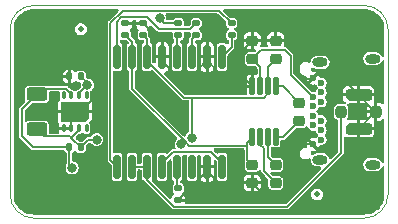
<source format=gbl>
%TF.GenerationSoftware,KiCad,Pcbnew,7.0.10*%
%TF.CreationDate,2024-02-15T14:25:29-05:00*%
%TF.ProjectId,wingbeat_detector,77696e67-6265-4617-945f-646574656374,4.0*%
%TF.SameCoordinates,Original*%
%TF.FileFunction,Copper,L4,Bot*%
%TF.FilePolarity,Positive*%
%FSLAX46Y46*%
G04 Gerber Fmt 4.6, Leading zero omitted, Abs format (unit mm)*
G04 Created by KiCad (PCBNEW 7.0.10) date 2024-02-15 14:25:29*
%MOMM*%
%LPD*%
G01*
G04 APERTURE LIST*
G04 Aperture macros list*
%AMRoundRect*
0 Rectangle with rounded corners*
0 $1 Rounding radius*
0 $2 $3 $4 $5 $6 $7 $8 $9 X,Y pos of 4 corners*
0 Add a 4 corners polygon primitive as box body*
4,1,4,$2,$3,$4,$5,$6,$7,$8,$9,$2,$3,0*
0 Add four circle primitives for the rounded corners*
1,1,$1+$1,$2,$3*
1,1,$1+$1,$4,$5*
1,1,$1+$1,$6,$7*
1,1,$1+$1,$8,$9*
0 Add four rect primitives between the rounded corners*
20,1,$1+$1,$2,$3,$4,$5,0*
20,1,$1+$1,$4,$5,$6,$7,0*
20,1,$1+$1,$6,$7,$8,$9,0*
20,1,$1+$1,$8,$9,$2,$3,0*%
%AMFreePoly0*
4,1,18,-0.825000,1.117500,-0.818720,1.149071,-0.800836,1.175836,-0.774071,1.193720,-0.742500,1.200000,0.742500,1.200000,0.774071,1.193720,0.800836,1.175836,0.818720,1.149071,0.825000,1.117500,0.825000,-1.117500,0.818720,-1.149071,0.800836,-1.175836,0.774071,-1.193720,0.742500,-1.200000,-0.495000,-1.200000,-0.825000,-0.870000,-0.825000,1.117500,-0.825000,1.117500,$1*%
%AMFreePoly1*
4,1,18,-0.475000,0.910000,-0.460537,0.982710,-0.419350,1.044350,-0.357710,1.085537,-0.285000,1.100000,0.285000,1.100000,0.357710,1.085537,0.419350,1.044350,0.460537,0.982710,0.475000,0.910000,0.475000,-0.862500,0.237500,-1.100000,-0.285000,-1.100000,-0.357710,-1.085537,-0.419350,-1.044350,-0.460537,-0.982710,-0.475000,-0.910000,-0.475000,0.910000,-0.475000,0.910000,$1*%
%AMFreePoly2*
4,1,18,-0.475000,0.910000,-0.460537,0.982710,-0.419350,1.044350,-0.357710,1.085537,-0.285000,1.100000,0.285000,1.100000,0.357710,1.085537,0.419350,1.044350,0.460537,0.982710,0.475000,0.910000,0.475000,-0.910000,0.460537,-0.982710,0.419350,-1.044350,0.357710,-1.085537,0.285000,-1.100000,-0.237500,-1.100000,-0.475000,-0.862500,-0.475000,0.910000,-0.475000,0.910000,$1*%
G04 Aperture macros list end*
%TA.AperFunction,ComponentPad*%
%ADD10C,2.660000*%
%TD*%
%TA.AperFunction,ComponentPad*%
%ADD11C,0.600000*%
%TD*%
%TA.AperFunction,ComponentPad*%
%ADD12O,1.300000X0.800000*%
%TD*%
%TA.AperFunction,SMDPad,CuDef*%
%ADD13RoundRect,0.140000X0.170000X-0.140000X0.170000X0.140000X-0.170000X0.140000X-0.170000X-0.140000X0*%
%TD*%
%TA.AperFunction,SMDPad,CuDef*%
%ADD14RoundRect,0.135000X-0.185000X0.135000X-0.185000X-0.135000X0.185000X-0.135000X0.185000X0.135000X0*%
%TD*%
%TA.AperFunction,SMDPad,CuDef*%
%ADD15RoundRect,0.225000X0.250000X-0.225000X0.250000X0.225000X-0.250000X0.225000X-0.250000X-0.225000X0*%
%TD*%
%TA.AperFunction,SMDPad,CuDef*%
%ADD16RoundRect,0.135000X0.185000X-0.135000X0.185000X0.135000X-0.185000X0.135000X-0.185000X-0.135000X0*%
%TD*%
%TA.AperFunction,SMDPad,CuDef*%
%ADD17RoundRect,0.030000X0.120000X-0.270000X0.120000X0.270000X-0.120000X0.270000X-0.120000X-0.270000X0*%
%TD*%
%TA.AperFunction,SMDPad,CuDef*%
%ADD18FreePoly0,90.000000*%
%TD*%
%TA.AperFunction,SMDPad,CuDef*%
%ADD19C,0.500000*%
%TD*%
%TA.AperFunction,SMDPad,CuDef*%
%ADD20RoundRect,0.250000X0.625000X-0.312500X0.625000X0.312500X-0.625000X0.312500X-0.625000X-0.312500X0*%
%TD*%
%TA.AperFunction,SMDPad,CuDef*%
%ADD21RoundRect,0.028200X0.206800X-0.681800X0.206800X0.681800X-0.206800X0.681800X-0.206800X-0.681800X0*%
%TD*%
%TA.AperFunction,SMDPad,CuDef*%
%ADD22RoundRect,0.150000X0.150000X-0.875000X0.150000X0.875000X-0.150000X0.875000X-0.150000X-0.875000X0*%
%TD*%
%TA.AperFunction,SMDPad,CuDef*%
%ADD23RoundRect,0.237500X-0.237500X0.262500X-0.237500X-0.262500X0.237500X-0.262500X0.237500X0.262500X0*%
%TD*%
%TA.AperFunction,SMDPad,CuDef*%
%ADD24FreePoly1,270.000000*%
%TD*%
%TA.AperFunction,SMDPad,CuDef*%
%ADD25FreePoly2,270.000000*%
%TD*%
%TA.AperFunction,SMDPad,CuDef*%
%ADD26RoundRect,0.140000X0.140000X0.170000X-0.140000X0.170000X-0.140000X-0.170000X0.140000X-0.170000X0*%
%TD*%
%TA.AperFunction,SMDPad,CuDef*%
%ADD27RoundRect,0.140000X-0.170000X0.140000X-0.170000X-0.140000X0.170000X-0.140000X0.170000X0.140000X0*%
%TD*%
%TA.AperFunction,SMDPad,CuDef*%
%ADD28RoundRect,0.225000X-0.250000X0.225000X-0.250000X-0.225000X0.250000X-0.225000X0.250000X0.225000X0*%
%TD*%
%TA.AperFunction,ViaPad*%
%ADD29C,0.800000*%
%TD*%
%TA.AperFunction,Conductor*%
%ADD30C,0.150000*%
%TD*%
%TA.AperFunction,Profile*%
%ADD31C,0.100000*%
%TD*%
G04 APERTURE END LIST*
D10*
%TO.P,H2,1,1*%
%TO.N,/GND*%
X164000000Y-93000000D03*
%TD*%
D11*
%TO.P,J1,B1,GND*%
%TO.N,/GND*%
X159650000Y-97150000D03*
%TO.P,J1,B2,SSTXP2*%
%TO.N,unconnected-(J1-SSTXP2-PadB2)*%
X160350000Y-97550000D03*
%TO.P,J1,B3,SSTXN2*%
%TO.N,unconnected-(J1-SSTXN2-PadB3)*%
X160350000Y-98350000D03*
%TO.P,J1,B4,VBUS_B*%
%TO.N,/V5+*%
X159650000Y-98750000D03*
%TO.P,J1,B5,CC2*%
%TO.N,unconnected-(J1-CC2-PadB5)*%
X160350000Y-99150000D03*
%TO.P,J1,B6,DP2*%
%TO.N,unconnected-(J1-DP2-PadB6)*%
X159650000Y-99550000D03*
%TO.P,J1,B7,DN2*%
%TO.N,unconnected-(J1-DN2-PadB7)*%
X159650000Y-100350000D03*
%TO.P,J1,B8,SBU2*%
%TO.N,unconnected-(J1-SBU2-PadB8)*%
X160350000Y-100750000D03*
%TO.P,J1,B9,VBUS_B*%
%TO.N,/V5+*%
X159650000Y-101150000D03*
%TO.P,J1,B10,SSRXN1*%
%TO.N,unconnected-(J1-SSRXN1-PadB10)*%
X160350000Y-101550000D03*
%TO.P,J1,B11,SSRXP1*%
%TO.N,unconnected-(J1-SSRXP1-PadB11)*%
X160350000Y-102350000D03*
%TO.P,J1,B12,GND*%
%TO.N,/GND*%
X159650000Y-102750000D03*
D12*
%TO.P,J1,S1,SHIELD*%
%TO.N,unconnected-(J1-SHIELD-PadS1)*%
X160250000Y-104080000D03*
%TO.P,J1,S2,SHIELD*%
%TO.N,unconnected-(J1-SHIELD-PadS2)*%
X160250000Y-95820000D03*
%TO.P,J1,S3,SHIELD*%
%TO.N,unconnected-(J1-SHIELD-PadS3)*%
X164700000Y-104490000D03*
%TO.P,J1,S4,SHIELD*%
%TO.N,unconnected-(J1-SHIELD-PadS4)*%
X164700000Y-95510000D03*
%TD*%
D10*
%TO.P,H4,1,1*%
%TO.N,/GND*%
X136000000Y-107000000D03*
%TD*%
%TO.P,H3,1,1*%
%TO.N,/GND*%
X164000000Y-107000000D03*
%TD*%
%TO.P,H1,1,1*%
%TO.N,/GND*%
X136000000Y-93000000D03*
%TD*%
D13*
%TO.P,C7,1*%
%TO.N,/V10+*%
X145250000Y-93480000D03*
%TO.P,C7,2*%
%TO.N,/GND*%
X145250000Y-92520000D03*
%TD*%
D14*
%TO.P,R3,1*%
%TO.N,/filter/HIGHPASS_AMPLIFIED*%
X148250000Y-92490000D03*
%TO.P,R3,2*%
%TO.N,Net-(U3-Vin1)*%
X148250000Y-93510000D03*
%TD*%
D15*
%TO.P,C4,1*%
%TO.N,/V10+*%
X156500000Y-95525000D03*
%TO.P,C4,2*%
%TO.N,/GND*%
X156500000Y-93975000D03*
%TD*%
%TO.P,C5,1*%
%TO.N,/GND*%
X154500000Y-106025000D03*
%TO.P,C5,2*%
%TO.N,/V10-*%
X154500000Y-104475000D03*
%TD*%
%TO.P,C1,1*%
%TO.N,/V5+*%
X154500000Y-95525000D03*
%TO.P,C1,2*%
%TO.N,/GND*%
X154500000Y-93975000D03*
%TD*%
D16*
%TO.P,R6,1*%
%TO.N,Net-(U3-HPVo)*%
X149750000Y-93510000D03*
%TO.P,R6,2*%
%TO.N,Net-(U3-Fadj1)*%
X149750000Y-92490000D03*
%TD*%
D17*
%TO.P,U4,1,NC*%
%TO.N,unconnected-(U4-NC-Pad1)*%
X140475000Y-101400000D03*
%TO.P,U4,2,-*%
%TO.N,Net-(D1-K)*%
X139825000Y-101400000D03*
%TO.P,U4,3,+*%
%TO.N,/GND*%
X139175000Y-101400000D03*
%TO.P,U4,4,V-*%
X138525000Y-101400000D03*
%TO.P,U4,5,NC*%
%TO.N,unconnected-(U4-NC-Pad5)*%
X138525000Y-98600000D03*
%TO.P,U4,6*%
%TO.N,/PHOTODIODE_SIG*%
X139175000Y-98600000D03*
%TO.P,U4,7,V+*%
%TO.N,/V5+*%
X139825000Y-98600000D03*
%TO.P,U4,8,NC*%
%TO.N,unconnected-(U4-NC-Pad8)*%
X140475000Y-98600000D03*
D18*
%TO.P,U4,9,EP*%
%TO.N,/GND*%
X139500000Y-100000000D03*
%TD*%
D14*
%TO.P,R4,1*%
%TO.N,Net-(U3-Vin2)*%
X148250000Y-106490000D03*
%TO.P,R4,2*%
%TO.N,/GND*%
X148250000Y-107510000D03*
%TD*%
D19*
%TO.P,FID2,*%
%TO.N,*%
X160000000Y-107000000D03*
%TD*%
D20*
%TO.P,R11,1*%
%TO.N,Net-(D1-K)*%
X136250000Y-101462500D03*
%TO.P,R11,2*%
%TO.N,/PHOTODIODE_SIG*%
X136250000Y-98537500D03*
%TD*%
D21*
%TO.P,U1,1,C1-*%
%TO.N,/power/C1-*%
X156475000Y-102165000D03*
%TO.P,U1,2,C2+*%
%TO.N,/power/C2+*%
X155825000Y-102165000D03*
%TO.P,U1,3,C2-*%
%TO.N,/power/C2-*%
X155175000Y-102165000D03*
%TO.P,U1,4,V-*%
%TO.N,/V10-*%
X154525000Y-102165000D03*
%TO.P,U1,5,GND*%
%TO.N,/GND*%
X154525000Y-97835000D03*
%TO.P,U1,6,IN*%
%TO.N,/V5+*%
X155175000Y-97835000D03*
%TO.P,U1,7,V+*%
%TO.N,/V10+*%
X155825000Y-97835000D03*
%TO.P,U1,8,C1+*%
%TO.N,/power/C1+*%
X156475000Y-97835000D03*
%TD*%
D22*
%TO.P,U3,1,LPVo*%
%TO.N,/filter/LOWPASS*%
X151945000Y-104650000D03*
%TO.P,U3,2,NC1*%
%TO.N,/GND*%
X150675000Y-104650000D03*
%TO.P,U3,3,Vin3*%
%TO.N,unconnected-(U3-Vin3-Pad3)*%
X149405000Y-104650000D03*
%TO.P,U3,4,Vin2*%
%TO.N,Net-(U3-Vin2)*%
X148135000Y-104650000D03*
%TO.P,U3,5,AAin+*%
%TO.N,/filter/LOWPASS*%
X146865000Y-104650000D03*
%TO.P,U3,6,AAin-*%
%TO.N,/filter/BANDPASS_BUFFERED*%
X145595000Y-104650000D03*
%TO.P,U3,7,AAVo*%
X144325000Y-104650000D03*
%TO.P,U3,8,BPVo*%
%TO.N,Net-(U3-BPVo)*%
X143055000Y-104650000D03*
%TO.P,U3,9,Fadj1*%
%TO.N,Net-(U3-Fadj1)*%
X143055000Y-95350000D03*
%TO.P,U3,10,V-*%
%TO.N,/V10-*%
X144325000Y-95350000D03*
%TO.P,U3,11,V+*%
%TO.N,/V10+*%
X145595000Y-95350000D03*
%TO.P,U3,12,GND*%
%TO.N,/GND*%
X146865000Y-95350000D03*
%TO.P,U3,13,Vin1*%
%TO.N,Net-(U3-Vin1)*%
X148135000Y-95350000D03*
%TO.P,U3,14,HPVo*%
%TO.N,Net-(U3-HPVo)*%
X149405000Y-95350000D03*
%TO.P,U3,15,NC2*%
%TO.N,/GND*%
X150675000Y-95350000D03*
%TO.P,U3,16,Fadj2*%
%TO.N,Net-(U3-Fadj2)*%
X151945000Y-95350000D03*
%TD*%
D23*
%TO.P,J2,1,In*%
%TO.N,/filter/BANDPASS_BUFFERED*%
X162025000Y-100000000D03*
D24*
%TO.P,J2,2,Ext*%
%TO.N,/GND*%
X163500000Y-98575000D03*
D23*
X164975000Y-100000000D03*
D25*
X163500000Y-101425000D03*
%TD*%
D26*
%TO.P,C10,1*%
%TO.N,/V5+*%
X139980000Y-97000000D03*
%TO.P,C10,2*%
%TO.N,/GND*%
X139020000Y-97000000D03*
%TD*%
D27*
%TO.P,C9,1*%
%TO.N,/GND*%
X143750000Y-92520000D03*
%TO.P,C9,2*%
%TO.N,/V10-*%
X143750000Y-93480000D03*
%TD*%
D14*
%TO.P,R8,1*%
%TO.N,Net-(U3-BPVo)*%
X152750000Y-92490000D03*
%TO.P,R8,2*%
%TO.N,Net-(U3-Fadj2)*%
X152750000Y-93510000D03*
%TD*%
D19*
%TO.P,FID4,*%
%TO.N,*%
X140000000Y-93000000D03*
%TD*%
D28*
%TO.P,C2,1*%
%TO.N,/power/C1+*%
X158500000Y-99225000D03*
%TO.P,C2,2*%
%TO.N,/power/C1-*%
X158500000Y-100775000D03*
%TD*%
%TO.P,C3,1*%
%TO.N,/power/C2+*%
X156500000Y-104475000D03*
%TO.P,C3,2*%
%TO.N,/power/C2-*%
X156500000Y-106025000D03*
%TD*%
D26*
%TO.P,C11,1*%
%TO.N,Net-(D1-K)*%
X139980000Y-103000000D03*
%TO.P,C11,2*%
%TO.N,/PHOTODIODE_SIG*%
X139020000Y-103000000D03*
%TD*%
D29*
%TO.N,/filter/HIGHPASS_AMPLIFIED*%
X146667000Y-92098500D03*
%TO.N,/V5+*%
X140536000Y-97740200D03*
%TO.N,/V10+*%
X149397400Y-102199800D03*
%TO.N,/V10-*%
X148494700Y-102757700D03*
%TO.N,Net-(D1-K)*%
X141341700Y-102367800D03*
%TO.N,/PHOTODIODE_SIG*%
X139250000Y-104750000D03*
%TD*%
D30*
%TO.N,/GND*%
X161675000Y-96750000D02*
X159983700Y-96750000D01*
X150675000Y-95648900D02*
X151629600Y-96603500D01*
X150712200Y-105047800D02*
X148250000Y-107510000D01*
X139175000Y-100325000D02*
X139500000Y-100000000D01*
X145250000Y-92520000D02*
X146865000Y-94135000D01*
X154500000Y-93975000D02*
X153727400Y-94747600D01*
X139175000Y-101400000D02*
X139175000Y-100325000D01*
X139224500Y-96250000D02*
X140290250Y-96250000D01*
X139923900Y-100000000D02*
X139500000Y-100000000D01*
X150675000Y-95350000D02*
X150675000Y-95648900D01*
X164975000Y-100000000D02*
X164925000Y-100000000D01*
X150712200Y-105047800D02*
X150675000Y-105010600D01*
X139020000Y-96454500D02*
X139224500Y-96250000D01*
X159483700Y-97250000D02*
X158750000Y-97250000D01*
X151629600Y-96603500D02*
X153727400Y-96603500D01*
X149721600Y-96602300D02*
X147802300Y-96602300D01*
X139020000Y-96020000D02*
X139020000Y-96454500D01*
X158250000Y-96750000D02*
X158250000Y-95000000D01*
X156946800Y-106706200D02*
X155181200Y-106706200D01*
X158250000Y-95000000D02*
X157225000Y-93975000D01*
X147802300Y-96602300D02*
X146865000Y-95665000D01*
X140290250Y-96250000D02*
X141177000Y-97136750D01*
X138525000Y-101400000D02*
X139175000Y-101400000D01*
X146865000Y-94135000D02*
X146865000Y-95350000D01*
X159650000Y-97083700D02*
X159650000Y-97150000D01*
X157622000Y-103900000D02*
X157622000Y-106031000D01*
X163500000Y-98575000D02*
X161675000Y-96750000D01*
X159650000Y-97083700D02*
X159483700Y-97250000D01*
X157225000Y-93975000D02*
X156500000Y-93975000D01*
X158772000Y-102750000D02*
X157622000Y-103900000D01*
X153727400Y-96603500D02*
X153727400Y-97037400D01*
X156500000Y-93975000D02*
X154500000Y-93975000D01*
X150675000Y-95648900D02*
X149721600Y-96602300D01*
X141177000Y-98746900D02*
X139923900Y-100000000D01*
X157622000Y-106031000D02*
X156946800Y-106706200D01*
X155181200Y-106706200D02*
X154500000Y-106025000D01*
X141177000Y-97136750D02*
X141177000Y-98746900D01*
X136000000Y-93000000D02*
X139020000Y-96020000D01*
X153727400Y-97037400D02*
X154525000Y-97835000D01*
X143750000Y-92520000D02*
X145250000Y-92520000D01*
X146865000Y-95665000D02*
X146865000Y-95350000D01*
X159650000Y-102750000D02*
X158772000Y-102750000D01*
X153727400Y-94747600D02*
X153727400Y-96603500D01*
X150675000Y-105010600D02*
X150675000Y-104650000D01*
X151689400Y-106025000D02*
X150712200Y-105047800D01*
X158750000Y-97250000D02*
X158250000Y-96750000D01*
X164925000Y-100000000D02*
X163500000Y-98575000D01*
X139020000Y-96454500D02*
X139020000Y-97000000D01*
X164925000Y-100000000D02*
X163500000Y-101425000D01*
X154500000Y-106025000D02*
X151689400Y-106025000D01*
X159983700Y-96750000D02*
X159650000Y-97083700D01*
%TO.N,/power/C1+*%
X156475000Y-97835000D02*
X157110000Y-97835000D01*
X157110000Y-97835000D02*
X158500000Y-99225000D01*
%TO.N,/power/C1-*%
X156475000Y-102165000D02*
X157110000Y-102165000D01*
X157110000Y-102165000D02*
X158500000Y-100775000D01*
%TO.N,/power/C2+*%
X155825000Y-102165000D02*
X155825000Y-103800000D01*
X155825000Y-103800000D02*
X156500000Y-104475000D01*
%TO.N,/power/C2-*%
X155175000Y-102165000D02*
X155175000Y-102773500D01*
X155175000Y-102773500D02*
X155500000Y-103098500D01*
X155500000Y-105025000D02*
X156500000Y-106025000D01*
X155500000Y-103098500D02*
X155500000Y-105025000D01*
%TO.N,/filter/BANDPASS_BUFFERED*%
X147875300Y-108046000D02*
X145595000Y-105765700D01*
X144325000Y-104650000D02*
X145595000Y-104650000D01*
X157432400Y-108046000D02*
X147875300Y-108046000D01*
X162025000Y-100000000D02*
X162025000Y-103453400D01*
X145595000Y-105765700D02*
X145595000Y-104650000D01*
X162025000Y-103453400D02*
X157432400Y-108046000D01*
%TO.N,/filter/HIGHPASS_AMPLIFIED*%
X148250000Y-92490000D02*
X147058500Y-92490000D01*
X147058500Y-92490000D02*
X146667000Y-92098500D01*
%TO.N,Net-(U3-Vin1)*%
X148135000Y-95350000D02*
X148135000Y-93625000D01*
X148135000Y-93625000D02*
X148250000Y-93510000D01*
%TO.N,Net-(U3-Vin2)*%
X148135000Y-106375000D02*
X148250000Y-106490000D01*
X148135000Y-104650000D02*
X148135000Y-106375000D01*
%TO.N,Net-(U3-HPVo)*%
X149405000Y-95350000D02*
X149405000Y-93855000D01*
X149405000Y-93855000D02*
X149750000Y-93510000D01*
%TO.N,Net-(U3-Fadj1)*%
X146581800Y-93000000D02*
X149240000Y-93000000D01*
X143421500Y-92010100D02*
X145591900Y-92010100D01*
X143055000Y-95350000D02*
X143055000Y-92376600D01*
X145591900Y-92010100D02*
X146581800Y-93000000D01*
X143055000Y-92376600D02*
X143421500Y-92010100D01*
X149240000Y-93000000D02*
X149750000Y-92490000D01*
%TO.N,Net-(U3-BPVo)*%
X142487900Y-104082900D02*
X143055000Y-104650000D01*
X151706200Y-91446200D02*
X143547500Y-91446200D01*
X142487900Y-92505800D02*
X142487900Y-104082900D01*
X143547500Y-91446200D02*
X142487900Y-92505800D01*
X152750000Y-92490000D02*
X151706200Y-91446200D01*
%TO.N,Net-(U3-Fadj2)*%
X152750000Y-94545000D02*
X152750000Y-93510000D01*
X151945000Y-95350000D02*
X152750000Y-94545000D01*
%TO.N,/V5+*%
X154921900Y-95946900D02*
X154921900Y-95078100D01*
X157250000Y-94750000D02*
X157750000Y-95250000D01*
X155250000Y-94750000D02*
X157250000Y-94750000D01*
X154500000Y-95525000D02*
X154921900Y-95946900D01*
X140536000Y-97740200D02*
X139825000Y-98451200D01*
X157750000Y-96850000D02*
X159650000Y-98750000D01*
X139825000Y-98451200D02*
X139825000Y-98600000D01*
X140536000Y-97556000D02*
X140536000Y-97740200D01*
X139980000Y-97000000D02*
X140536000Y-97556000D01*
X157750000Y-95250000D02*
X157750000Y-96850000D01*
X154921900Y-95078100D02*
X155250000Y-94750000D01*
X155175000Y-96200000D02*
X155175000Y-97835000D01*
X154921900Y-95946900D02*
X155175000Y-96200000D01*
%TO.N,/V10+*%
X145595000Y-95662700D02*
X145595000Y-95350000D01*
X148733400Y-98801100D02*
X145595000Y-95662700D01*
X155825000Y-97835000D02*
X155825000Y-98448800D01*
X156500000Y-95525000D02*
X155825000Y-96200000D01*
X155472700Y-98801100D02*
X149397400Y-98801100D01*
X145250000Y-93480000D02*
X145595000Y-93825000D01*
X149397400Y-98801100D02*
X148733400Y-98801100D01*
X149397400Y-98801100D02*
X149397400Y-102199800D01*
X155825000Y-98448800D02*
X155472700Y-98801100D01*
X155825000Y-96200000D02*
X155825000Y-97835000D01*
X145595000Y-93825000D02*
X145595000Y-95350000D01*
%TO.N,/V10-*%
X154082700Y-102607300D02*
X154082700Y-102857200D01*
X144325000Y-94055000D02*
X144325000Y-95350000D01*
X144325000Y-95350000D02*
X144325000Y-98033800D01*
X154525000Y-102165000D02*
X154082700Y-102607300D01*
X154082700Y-102857200D02*
X154082700Y-104057700D01*
X148771800Y-102480600D02*
X149148400Y-102857200D01*
X144325000Y-98033800D02*
X148771800Y-102480600D01*
X154082700Y-104057700D02*
X154500000Y-104475000D01*
X148771800Y-102480600D02*
X148494700Y-102757700D01*
X149148400Y-102857200D02*
X154082700Y-102857200D01*
X143750000Y-93480000D02*
X144325000Y-94055000D01*
%TO.N,Net-(D1-K)*%
X140612200Y-102367800D02*
X141341700Y-102367800D01*
X139980000Y-103000000D02*
X140612200Y-102367800D01*
X139068600Y-102088600D02*
X139168200Y-102188100D01*
X139825000Y-101400000D02*
X139825000Y-101531300D01*
X139825000Y-101531300D02*
X139168200Y-102188100D01*
X136876100Y-102088600D02*
X139068600Y-102088600D01*
X136250000Y-101462500D02*
X136876100Y-102088600D01*
X139168200Y-102188100D02*
X139980000Y-103000000D01*
%TO.N,/PHOTODIODE_SIG*%
X136736900Y-98050600D02*
X138745800Y-98050600D01*
X135000000Y-102078300D02*
X135000000Y-99787500D01*
X135000000Y-99787500D02*
X136250000Y-98537500D01*
X139250000Y-104750000D02*
X139020000Y-104520000D01*
X139175000Y-98479800D02*
X139175000Y-98600000D01*
X138745800Y-98050600D02*
X139175000Y-98479800D01*
X139020000Y-104520000D02*
X139020000Y-103000000D01*
X139020000Y-103000000D02*
X135921700Y-103000000D01*
X136250000Y-98537500D02*
X136736900Y-98050600D01*
X135921700Y-103000000D02*
X135000000Y-102078300D01*
%TO.N,/filter/LOWPASS*%
X151945000Y-104298100D02*
X151044600Y-103397700D01*
X147818700Y-103397700D02*
X146865000Y-104351400D01*
X151945000Y-104650000D02*
X151945000Y-104298100D01*
X146865000Y-104351400D02*
X146865000Y-104650000D01*
X151044600Y-103397700D02*
X147818700Y-103397700D01*
%TD*%
%TA.AperFunction,Conductor*%
%TO.N,/GND*%
G36*
X143141971Y-91320185D02*
G01*
X143187726Y-91372989D01*
X143197670Y-91442147D01*
X143168645Y-91505703D01*
X143162613Y-91512181D01*
X142333777Y-92341016D01*
X142331424Y-92343250D01*
X142301390Y-92370293D01*
X142301389Y-92370295D01*
X142293079Y-92388958D01*
X142283799Y-92406049D01*
X142272675Y-92423178D01*
X142272672Y-92423187D01*
X142272371Y-92425089D01*
X142263186Y-92456100D01*
X142262401Y-92457863D01*
X142262400Y-92457868D01*
X142262400Y-92478289D01*
X142260874Y-92497684D01*
X142258466Y-92512887D01*
X142257678Y-92517865D01*
X142258174Y-92519717D01*
X142262400Y-92551812D01*
X142262400Y-104075361D01*
X142262315Y-104078606D01*
X142260200Y-104118962D01*
X142260200Y-104118966D01*
X142267520Y-104138035D01*
X142273044Y-104156685D01*
X142277292Y-104176667D01*
X142277293Y-104176669D01*
X142278421Y-104178222D01*
X142293864Y-104206663D01*
X142294554Y-104208460D01*
X142308994Y-104222900D01*
X142321632Y-104237696D01*
X142333638Y-104254221D01*
X142333640Y-104254223D01*
X142335298Y-104255180D01*
X142360982Y-104274888D01*
X142568181Y-104482086D01*
X142601666Y-104543409D01*
X142604500Y-104569767D01*
X142604500Y-105569856D01*
X142604502Y-105569882D01*
X142607413Y-105594987D01*
X142607415Y-105594991D01*
X142652793Y-105697764D01*
X142652794Y-105697765D01*
X142732235Y-105777206D01*
X142835009Y-105822585D01*
X142860135Y-105825500D01*
X143249864Y-105825499D01*
X143249879Y-105825497D01*
X143249882Y-105825497D01*
X143274987Y-105822586D01*
X143274988Y-105822585D01*
X143274991Y-105822585D01*
X143377765Y-105777206D01*
X143457206Y-105697765D01*
X143502585Y-105594991D01*
X143505500Y-105569865D01*
X143505499Y-103730136D01*
X143502769Y-103706594D01*
X143502586Y-103705012D01*
X143502585Y-103705010D01*
X143502585Y-103705009D01*
X143457206Y-103602235D01*
X143377765Y-103522794D01*
X143366908Y-103518000D01*
X143274992Y-103477415D01*
X143249865Y-103474500D01*
X142860143Y-103474500D01*
X142860122Y-103474502D01*
X142851679Y-103475481D01*
X142782819Y-103463647D01*
X142731288Y-103416463D01*
X142713400Y-103352306D01*
X142713400Y-96647694D01*
X142733085Y-96580655D01*
X142785889Y-96534900D01*
X142851695Y-96524521D01*
X142854115Y-96524801D01*
X142860135Y-96525500D01*
X143249864Y-96525499D01*
X143249879Y-96525497D01*
X143249882Y-96525497D01*
X143274987Y-96522586D01*
X143274988Y-96522585D01*
X143274991Y-96522585D01*
X143377765Y-96477206D01*
X143457206Y-96397765D01*
X143502585Y-96294991D01*
X143505500Y-96269865D01*
X143505499Y-94430136D01*
X143505497Y-94430117D01*
X143502586Y-94405012D01*
X143502585Y-94405010D01*
X143502585Y-94405009D01*
X143457206Y-94302235D01*
X143377765Y-94222794D01*
X143377763Y-94222793D01*
X143377759Y-94222790D01*
X143354414Y-94212483D01*
X143301037Y-94167397D01*
X143280510Y-94100611D01*
X143280500Y-94099049D01*
X143280500Y-93995616D01*
X143300185Y-93928577D01*
X143352989Y-93882822D01*
X143422147Y-93872878D01*
X143454583Y-93882181D01*
X143512338Y-93907682D01*
X143536627Y-93910500D01*
X143810231Y-93910499D01*
X143877270Y-93930183D01*
X143897912Y-93946818D01*
X144000380Y-94049286D01*
X144033865Y-94110609D01*
X144028881Y-94180301D01*
X144000381Y-94224648D01*
X143922793Y-94302236D01*
X143877415Y-94405006D01*
X143877415Y-94405008D01*
X143874500Y-94430131D01*
X143874500Y-96269856D01*
X143874502Y-96269882D01*
X143877413Y-96294987D01*
X143877415Y-96294991D01*
X143922793Y-96397764D01*
X143922794Y-96397765D01*
X144002235Y-96477206D01*
X144018757Y-96484501D01*
X144025585Y-96487516D01*
X144078962Y-96532601D01*
X144099490Y-96599387D01*
X144099500Y-96600951D01*
X144099500Y-98026261D01*
X144099415Y-98029506D01*
X144097300Y-98069862D01*
X144097300Y-98069866D01*
X144104620Y-98088935D01*
X144110144Y-98107585D01*
X144114392Y-98127567D01*
X144114393Y-98127569D01*
X144115521Y-98129122D01*
X144130964Y-98157563D01*
X144131654Y-98159360D01*
X144146097Y-98173803D01*
X144158737Y-98188602D01*
X144169821Y-98203859D01*
X144170740Y-98205123D01*
X144172398Y-98206080D01*
X144198082Y-98225788D01*
X148135233Y-102162939D01*
X148168718Y-102224262D01*
X148163734Y-102293954D01*
X148123040Y-102348994D01*
X148102082Y-102365076D01*
X148102080Y-102365077D01*
X148102079Y-102365079D01*
X148080885Y-102392700D01*
X148013837Y-102480077D01*
X147958371Y-102613987D01*
X147958370Y-102613991D01*
X147939450Y-102757700D01*
X147956653Y-102888371D01*
X147958370Y-102901408D01*
X147958371Y-102901412D01*
X147999517Y-103000748D01*
X148006986Y-103070217D01*
X147975711Y-103132696D01*
X147915622Y-103168348D01*
X147884956Y-103172200D01*
X147826219Y-103172200D01*
X147822974Y-103172115D01*
X147782638Y-103170001D01*
X147782637Y-103170001D01*
X147782636Y-103170001D01*
X147782634Y-103170001D01*
X147782632Y-103170002D01*
X147763566Y-103177320D01*
X147744921Y-103182843D01*
X147724932Y-103187092D01*
X147723371Y-103188227D01*
X147694935Y-103203665D01*
X147693143Y-103204352D01*
X147693140Y-103204355D01*
X147678695Y-103218799D01*
X147663906Y-103231429D01*
X147647378Y-103243437D01*
X147647374Y-103243442D01*
X147646412Y-103245109D01*
X147626711Y-103270782D01*
X147368913Y-103528580D01*
X147307590Y-103562065D01*
X147237898Y-103557081D01*
X147193551Y-103528580D01*
X147187765Y-103522794D01*
X147084992Y-103477415D01*
X147059865Y-103474500D01*
X146670143Y-103474500D01*
X146670117Y-103474502D01*
X146645012Y-103477413D01*
X146645008Y-103477415D01*
X146542235Y-103522793D01*
X146462794Y-103602234D01*
X146417415Y-103705006D01*
X146417415Y-103705008D01*
X146414500Y-103730131D01*
X146414500Y-105569856D01*
X146414502Y-105569882D01*
X146417413Y-105594987D01*
X146417415Y-105594991D01*
X146462793Y-105697764D01*
X146462794Y-105697765D01*
X146542235Y-105777206D01*
X146645009Y-105822585D01*
X146670135Y-105825500D01*
X147059864Y-105825499D01*
X147059879Y-105825497D01*
X147059882Y-105825497D01*
X147084987Y-105822586D01*
X147084988Y-105822585D01*
X147084991Y-105822585D01*
X147187765Y-105777206D01*
X147267206Y-105697765D01*
X147312585Y-105594991D01*
X147315500Y-105569865D01*
X147315499Y-104271166D01*
X147335184Y-104204128D01*
X147351813Y-104183491D01*
X147472821Y-104062483D01*
X147534142Y-104029000D01*
X147603834Y-104033984D01*
X147659767Y-104075856D01*
X147684184Y-104141320D01*
X147684500Y-104150166D01*
X147684500Y-105569856D01*
X147684502Y-105569882D01*
X147687413Y-105594987D01*
X147687415Y-105594991D01*
X147732793Y-105697764D01*
X147732794Y-105697765D01*
X147812235Y-105777206D01*
X147828757Y-105784501D01*
X147835585Y-105787516D01*
X147888962Y-105832601D01*
X147909490Y-105899387D01*
X147909500Y-105900951D01*
X147909500Y-106055380D01*
X147889815Y-106122419D01*
X147873182Y-106143060D01*
X147825387Y-106190855D01*
X147825381Y-106190863D01*
X147782270Y-106288499D01*
X147779500Y-106312375D01*
X147779500Y-106667615D01*
X147779502Y-106667638D01*
X147782269Y-106691495D01*
X147782269Y-106691498D01*
X147825380Y-106789135D01*
X147825386Y-106789143D01*
X147886916Y-106850673D01*
X147920401Y-106911996D01*
X147915417Y-106981688D01*
X147873545Y-107037621D01*
X147853700Y-107049752D01*
X147838192Y-107057333D01*
X147747336Y-107148189D01*
X147690901Y-107263628D01*
X147688060Y-107272826D01*
X147686585Y-107272370D01*
X147661894Y-107326159D01*
X147603042Y-107363818D01*
X147533172Y-107363681D01*
X147480659Y-107332454D01*
X146008532Y-105860327D01*
X145975047Y-105799004D01*
X145980031Y-105729312D01*
X145993917Y-105702563D01*
X145997197Y-105697773D01*
X145997206Y-105697765D01*
X146042585Y-105594991D01*
X146045500Y-105569865D01*
X146045499Y-103730136D01*
X146042769Y-103706594D01*
X146042586Y-103705012D01*
X146042585Y-103705010D01*
X146042585Y-103705009D01*
X145997206Y-103602235D01*
X145917765Y-103522794D01*
X145906908Y-103518000D01*
X145814992Y-103477415D01*
X145789865Y-103474500D01*
X145400143Y-103474500D01*
X145400117Y-103474502D01*
X145375012Y-103477413D01*
X145375008Y-103477415D01*
X145272235Y-103522793D01*
X145192794Y-103602234D01*
X145147415Y-103705006D01*
X145147415Y-103705008D01*
X145144500Y-103730131D01*
X145144500Y-104300500D01*
X145124815Y-104367539D01*
X145072011Y-104413294D01*
X145020500Y-104424500D01*
X144899499Y-104424500D01*
X144832460Y-104404815D01*
X144786705Y-104352011D01*
X144775499Y-104300500D01*
X144775499Y-103730143D01*
X144775499Y-103730136D01*
X144772769Y-103706594D01*
X144772586Y-103705012D01*
X144772585Y-103705010D01*
X144772585Y-103705009D01*
X144727206Y-103602235D01*
X144647765Y-103522794D01*
X144636908Y-103518000D01*
X144544992Y-103477415D01*
X144519865Y-103474500D01*
X144130143Y-103474500D01*
X144130117Y-103474502D01*
X144105012Y-103477413D01*
X144105008Y-103477415D01*
X144002235Y-103522793D01*
X143922794Y-103602234D01*
X143877415Y-103705006D01*
X143877415Y-103705008D01*
X143874500Y-103730131D01*
X143874500Y-105569856D01*
X143874502Y-105569882D01*
X143877413Y-105594987D01*
X143877415Y-105594991D01*
X143922793Y-105697764D01*
X143922794Y-105697765D01*
X144002235Y-105777206D01*
X144105009Y-105822585D01*
X144130135Y-105825500D01*
X144519864Y-105825499D01*
X144519879Y-105825497D01*
X144519882Y-105825497D01*
X144544987Y-105822586D01*
X144544988Y-105822585D01*
X144544991Y-105822585D01*
X144647765Y-105777206D01*
X144727206Y-105697765D01*
X144772585Y-105594991D01*
X144775500Y-105569865D01*
X144775500Y-104999500D01*
X144795185Y-104932461D01*
X144847989Y-104886706D01*
X144899500Y-104875500D01*
X145020501Y-104875500D01*
X145087540Y-104895185D01*
X145133295Y-104947989D01*
X145144501Y-104999500D01*
X145144501Y-105569856D01*
X145144502Y-105569882D01*
X145147413Y-105594987D01*
X145147415Y-105594991D01*
X145192793Y-105697764D01*
X145192794Y-105697765D01*
X145272235Y-105777206D01*
X145322508Y-105799403D01*
X145375881Y-105844487D01*
X145383168Y-105857783D01*
X145385521Y-105861022D01*
X145400964Y-105889463D01*
X145401654Y-105891260D01*
X145416097Y-105905703D01*
X145428735Y-105920500D01*
X145440740Y-105937023D01*
X145442398Y-105937980D01*
X145468082Y-105957688D01*
X147710514Y-108200119D01*
X147712749Y-108202474D01*
X147739793Y-108232509D01*
X147758451Y-108240816D01*
X147775552Y-108250100D01*
X147792682Y-108261225D01*
X147794576Y-108261524D01*
X147825612Y-108270718D01*
X147827368Y-108271500D01*
X147847795Y-108271500D01*
X147867193Y-108273026D01*
X147887365Y-108276222D01*
X147888673Y-108275871D01*
X147889221Y-108275725D01*
X147921313Y-108271500D01*
X157424862Y-108271500D01*
X157428106Y-108271584D01*
X157468464Y-108273700D01*
X157487538Y-108266377D01*
X157506189Y-108260853D01*
X157526168Y-108256607D01*
X157527713Y-108255484D01*
X157556167Y-108240034D01*
X157557960Y-108239346D01*
X157572413Y-108224891D01*
X157587196Y-108212266D01*
X157603723Y-108200260D01*
X157604681Y-108198599D01*
X157624386Y-108172918D01*
X158797304Y-107000000D01*
X159494353Y-107000000D01*
X159514834Y-107142456D01*
X159574165Y-107272370D01*
X159574623Y-107273373D01*
X159668872Y-107382143D01*
X159789947Y-107459953D01*
X159789950Y-107459954D01*
X159789949Y-107459954D01*
X159928036Y-107500499D01*
X159928038Y-107500500D01*
X159928039Y-107500500D01*
X160071962Y-107500500D01*
X160071962Y-107500499D01*
X160210053Y-107459953D01*
X160331128Y-107382143D01*
X160425377Y-107273373D01*
X160485165Y-107142457D01*
X160505647Y-107000000D01*
X160485165Y-106857543D01*
X160425377Y-106726627D01*
X160331128Y-106617857D01*
X160210053Y-106540047D01*
X160210051Y-106540046D01*
X160210049Y-106540045D01*
X160210050Y-106540045D01*
X160071963Y-106499500D01*
X160071961Y-106499500D01*
X159928039Y-106499500D01*
X159928036Y-106499500D01*
X159789949Y-106540045D01*
X159668873Y-106617856D01*
X159574623Y-106726626D01*
X159574622Y-106726628D01*
X159514834Y-106857543D01*
X159494353Y-107000000D01*
X158797304Y-107000000D01*
X162179156Y-103618147D01*
X162181455Y-103615966D01*
X162211509Y-103588907D01*
X162219818Y-103570241D01*
X162229103Y-103553143D01*
X162234437Y-103544930D01*
X162240225Y-103536018D01*
X162240524Y-103534128D01*
X162249721Y-103503080D01*
X162250500Y-103501332D01*
X162250500Y-103480905D01*
X162252027Y-103461506D01*
X162252186Y-103460500D01*
X162255222Y-103441335D01*
X162254725Y-103439479D01*
X162250500Y-103407387D01*
X162250500Y-102232125D01*
X162270185Y-102165086D01*
X162322989Y-102119331D01*
X162392147Y-102109387D01*
X162415455Y-102115084D01*
X162507267Y-102147211D01*
X162507279Y-102147213D01*
X162536992Y-102149999D01*
X163374999Y-102149999D01*
X163375000Y-102149998D01*
X163375000Y-101550000D01*
X163625000Y-101550000D01*
X163625000Y-102149999D01*
X164463000Y-102149999D01*
X164492720Y-102147213D01*
X164617922Y-102103403D01*
X164724641Y-102024641D01*
X164803405Y-101917919D01*
X164847211Y-101792732D01*
X164847213Y-101792720D01*
X164850000Y-101763007D01*
X164850000Y-101550000D01*
X163625000Y-101550000D01*
X163375000Y-101550000D01*
X163375000Y-101300000D01*
X163625000Y-101300000D01*
X164849999Y-101300000D01*
X164849999Y-101086999D01*
X164847213Y-101057279D01*
X164803403Y-100932077D01*
X164799320Y-100924351D01*
X164785399Y-100855882D01*
X164810704Y-100790756D01*
X164821270Y-100778728D01*
X164850000Y-100749998D01*
X164850000Y-100125000D01*
X164250000Y-100125000D01*
X164250000Y-100309146D01*
X164256241Y-100367187D01*
X164305233Y-100498537D01*
X164307590Y-100501686D01*
X164308965Y-100505372D01*
X164309483Y-100506321D01*
X164309346Y-100506395D01*
X164332009Y-100567149D01*
X164317159Y-100635423D01*
X164267755Y-100684830D01*
X164208325Y-100699999D01*
X163625000Y-100699999D01*
X163625000Y-101300000D01*
X163375000Y-101300000D01*
X163375000Y-100699999D01*
X162673078Y-100699999D01*
X162606039Y-100680314D01*
X162560284Y-100627510D01*
X162550340Y-100558352D01*
X162575939Y-100502295D01*
X162574572Y-100501302D01*
X162580306Y-100493407D01*
X162580311Y-100493403D01*
X162636109Y-100383893D01*
X162650500Y-100293033D01*
X162650499Y-99706968D01*
X162650499Y-99706966D01*
X162650499Y-99706962D01*
X162636110Y-99616111D01*
X162636110Y-99616110D01*
X162636109Y-99616108D01*
X162636109Y-99616107D01*
X162580311Y-99506597D01*
X162580309Y-99506595D01*
X162574572Y-99498698D01*
X162577245Y-99496755D01*
X162551910Y-99450357D01*
X162556894Y-99380665D01*
X162598766Y-99324732D01*
X162664230Y-99300315D01*
X162673076Y-99299999D01*
X163374999Y-99299999D01*
X163375000Y-99299998D01*
X163375000Y-98700000D01*
X163625000Y-98700000D01*
X163625000Y-99299999D01*
X164208326Y-99299999D01*
X164275365Y-99319684D01*
X164321120Y-99372488D01*
X164331064Y-99441646D01*
X164307593Y-99498309D01*
X164305234Y-99501459D01*
X164305233Y-99501462D01*
X164256241Y-99632812D01*
X164250000Y-99690853D01*
X164250000Y-99875000D01*
X164850000Y-99875000D01*
X164850000Y-99250000D01*
X164821270Y-99221270D01*
X164787785Y-99159947D01*
X164792769Y-99090255D01*
X164799322Y-99075646D01*
X164803405Y-99067920D01*
X164847211Y-98942732D01*
X164847213Y-98942720D01*
X164850000Y-98913007D01*
X164850000Y-98700000D01*
X163625000Y-98700000D01*
X163375000Y-98700000D01*
X162149999Y-98700000D01*
X162149999Y-98837123D01*
X162164505Y-98910044D01*
X162205814Y-98971869D01*
X162205815Y-98971870D01*
X162371765Y-99137819D01*
X162405250Y-99199142D01*
X162400266Y-99268833D01*
X162358395Y-99324767D01*
X162292930Y-99349184D01*
X162284084Y-99349500D01*
X161756962Y-99349500D01*
X161756962Y-99349501D01*
X161666111Y-99363889D01*
X161666110Y-99363889D01*
X161556595Y-99419690D01*
X161556591Y-99419693D01*
X161469693Y-99506591D01*
X161469690Y-99506595D01*
X161413889Y-99616111D01*
X161399500Y-99706966D01*
X161399500Y-100293037D01*
X161413889Y-100383888D01*
X161413889Y-100383889D01*
X161413890Y-100383892D01*
X161413891Y-100383893D01*
X161443179Y-100441375D01*
X161469690Y-100493404D01*
X161469693Y-100493408D01*
X161556591Y-100580306D01*
X161556595Y-100580309D01*
X161556597Y-100580311D01*
X161666107Y-100636109D01*
X161694898Y-100640669D01*
X161758031Y-100670597D01*
X161794963Y-100729907D01*
X161799500Y-100763142D01*
X161799500Y-103308632D01*
X161779815Y-103375671D01*
X161763181Y-103396313D01*
X161225834Y-103933659D01*
X161164511Y-103967144D01*
X161094819Y-103962160D01*
X161038886Y-103920288D01*
X161028508Y-103900920D01*
X161027494Y-103901446D01*
X161023592Y-103893915D01*
X160953971Y-103759553D01*
X160953967Y-103759549D01*
X160953967Y-103759548D01*
X160850681Y-103648956D01*
X160751934Y-103588907D01*
X160721382Y-103570328D01*
X160575665Y-103529500D01*
X159962342Y-103529500D01*
X159962341Y-103529500D01*
X159850082Y-103544929D01*
X159850079Y-103544930D01*
X159711282Y-103605218D01*
X159711280Y-103605219D01*
X159677754Y-103632495D01*
X159613327Y-103659533D01*
X159544511Y-103647446D01*
X159493153Y-103600074D01*
X159475500Y-103536306D01*
X159475500Y-103481632D01*
X159468111Y-103456468D01*
X159468111Y-103386599D01*
X159505885Y-103327820D01*
X159569441Y-103298795D01*
X159603274Y-103298594D01*
X159650000Y-103304746D01*
X159650001Y-103304746D01*
X159793578Y-103285842D01*
X159793582Y-103285841D01*
X159927368Y-103230426D01*
X159927369Y-103230426D01*
X159942239Y-103219015D01*
X159942239Y-103219014D01*
X159673095Y-102949871D01*
X159739008Y-102934827D01*
X159810387Y-102877905D01*
X159850000Y-102795649D01*
X159850000Y-102773223D01*
X160119014Y-103042239D01*
X160119015Y-103042239D01*
X160130426Y-103027369D01*
X160130426Y-103027368D01*
X160185842Y-102893580D01*
X160186158Y-102892403D01*
X160186695Y-102891521D01*
X160188953Y-102886071D01*
X160189803Y-102886423D01*
X160222525Y-102832743D01*
X160285373Y-102802216D01*
X160305932Y-102800500D01*
X160414773Y-102800500D01*
X160414773Y-102800499D01*
X160539069Y-102764004D01*
X160648049Y-102693967D01*
X160732882Y-102596063D01*
X160786697Y-102478226D01*
X160805133Y-102350000D01*
X160786697Y-102221774D01*
X160732882Y-102103937D01*
X160732880Y-102103935D01*
X160732879Y-102103932D01*
X160669858Y-102031202D01*
X160640833Y-101967647D01*
X160650777Y-101898488D01*
X160669858Y-101868798D01*
X160732879Y-101796067D01*
X160732879Y-101796065D01*
X160732882Y-101796063D01*
X160786697Y-101678226D01*
X160805133Y-101550000D01*
X160786697Y-101421774D01*
X160732882Y-101303937D01*
X160732880Y-101303935D01*
X160732879Y-101303932D01*
X160669858Y-101231202D01*
X160640833Y-101167647D01*
X160650777Y-101098488D01*
X160669858Y-101068798D01*
X160732879Y-100996067D01*
X160732879Y-100996065D01*
X160732882Y-100996063D01*
X160786697Y-100878226D01*
X160805133Y-100750000D01*
X160786697Y-100621774D01*
X160732882Y-100503937D01*
X160648049Y-100406033D01*
X160539069Y-100335996D01*
X160539065Y-100335994D01*
X160539064Y-100335994D01*
X160414774Y-100299500D01*
X160414772Y-100299500D01*
X160285228Y-100299500D01*
X160285226Y-100299500D01*
X160242442Y-100312062D01*
X160172572Y-100312062D01*
X160113794Y-100274287D01*
X160088531Y-100228022D01*
X160086697Y-100221776D01*
X160086697Y-100221774D01*
X160032882Y-100103937D01*
X160032880Y-100103935D01*
X160032879Y-100103932D01*
X159969858Y-100031202D01*
X159940833Y-99967647D01*
X159950777Y-99898488D01*
X159969858Y-99868798D01*
X160032879Y-99796067D01*
X160032879Y-99796065D01*
X160032882Y-99796063D01*
X160086697Y-99678226D01*
X160086697Y-99678224D01*
X160088531Y-99671980D01*
X160126305Y-99613201D01*
X160189861Y-99584176D01*
X160242440Y-99587936D01*
X160285228Y-99600500D01*
X160414773Y-99600500D01*
X160414773Y-99600499D01*
X160539069Y-99564004D01*
X160648049Y-99493967D01*
X160732882Y-99396063D01*
X160786697Y-99278226D01*
X160805133Y-99150000D01*
X160786697Y-99021774D01*
X160732882Y-98903937D01*
X160732880Y-98903935D01*
X160732879Y-98903932D01*
X160669858Y-98831202D01*
X160640833Y-98767647D01*
X160650777Y-98698488D01*
X160669858Y-98668798D01*
X160732879Y-98596067D01*
X160732879Y-98596065D01*
X160732882Y-98596063D01*
X160786697Y-98478226D01*
X160790755Y-98450000D01*
X162150000Y-98450000D01*
X163375000Y-98450000D01*
X163375000Y-97850000D01*
X163625000Y-97850000D01*
X163625000Y-98450000D01*
X164849999Y-98450000D01*
X164849999Y-98236999D01*
X164847213Y-98207279D01*
X164803403Y-98082077D01*
X164724641Y-97975358D01*
X164617919Y-97896594D01*
X164492732Y-97852788D01*
X164492720Y-97852786D01*
X164463007Y-97850000D01*
X163625000Y-97850000D01*
X163375000Y-97850000D01*
X162536999Y-97850000D01*
X162507279Y-97852786D01*
X162382077Y-97896596D01*
X162275358Y-97975358D01*
X162196594Y-98082080D01*
X162152788Y-98207267D01*
X162152786Y-98207279D01*
X162150000Y-98236992D01*
X162150000Y-98450000D01*
X160790755Y-98450000D01*
X160805133Y-98350000D01*
X160786697Y-98221774D01*
X160732882Y-98103937D01*
X160732880Y-98103935D01*
X160732879Y-98103932D01*
X160669858Y-98031202D01*
X160640833Y-97967647D01*
X160650777Y-97898488D01*
X160669858Y-97868798D01*
X160732879Y-97796067D01*
X160732879Y-97796065D01*
X160732882Y-97796063D01*
X160786697Y-97678226D01*
X160805133Y-97550000D01*
X160786697Y-97421774D01*
X160732882Y-97303937D01*
X160648049Y-97206033D01*
X160539069Y-97135996D01*
X160539065Y-97135994D01*
X160539064Y-97135994D01*
X160414774Y-97099500D01*
X160414772Y-97099500D01*
X160305932Y-97099500D01*
X160238893Y-97079815D01*
X160193138Y-97027011D01*
X160186158Y-97007597D01*
X160185842Y-97006419D01*
X160130425Y-96872630D01*
X160130424Y-96872627D01*
X160119015Y-96857758D01*
X159850000Y-97126773D01*
X159850000Y-97104351D01*
X159810387Y-97022095D01*
X159739008Y-96965173D01*
X159673093Y-96950128D01*
X159942240Y-96680982D01*
X159927378Y-96669580D01*
X159927370Y-96669575D01*
X159793578Y-96614157D01*
X159650001Y-96595254D01*
X159649996Y-96595254D01*
X159615684Y-96599771D01*
X159546649Y-96589005D01*
X159494394Y-96542624D01*
X159475500Y-96476832D01*
X159475500Y-96365875D01*
X159495185Y-96298836D01*
X159547989Y-96253081D01*
X159617147Y-96243137D01*
X159663925Y-96259925D01*
X159778618Y-96329672D01*
X159924335Y-96370500D01*
X159924336Y-96370500D01*
X160537659Y-96370500D01*
X160571307Y-96365875D01*
X160649920Y-96355070D01*
X160759854Y-96307318D01*
X160788716Y-96294782D01*
X160788716Y-96294781D01*
X160788720Y-96294780D01*
X160906108Y-96199278D01*
X160993377Y-96075647D01*
X161004244Y-96045069D01*
X161044053Y-95933060D01*
X161044053Y-95933058D01*
X161044054Y-95933056D01*
X161054381Y-95782079D01*
X161053997Y-95780232D01*
X161023594Y-95633921D01*
X161023592Y-95633918D01*
X161023592Y-95633915D01*
X160953971Y-95499553D01*
X160953967Y-95499549D01*
X160953967Y-95499548D01*
X160850681Y-95388956D01*
X160772053Y-95341141D01*
X160721382Y-95310328D01*
X160575665Y-95269500D01*
X159962342Y-95269500D01*
X159962341Y-95269500D01*
X159850082Y-95284929D01*
X159850079Y-95284930D01*
X159711283Y-95345217D01*
X159593889Y-95440724D01*
X159506623Y-95564352D01*
X159506621Y-95564355D01*
X159455946Y-95706939D01*
X159455946Y-95706942D01*
X159454150Y-95733197D01*
X159429935Y-95798737D01*
X159374131Y-95840780D01*
X159304455Y-95845980D01*
X159263403Y-95829050D01*
X159199561Y-95788022D01*
X159199559Y-95788021D01*
X159199557Y-95788020D01*
X159068368Y-95749500D01*
X159068367Y-95749500D01*
X158931633Y-95749500D01*
X158931632Y-95749500D01*
X158800440Y-95788021D01*
X158685413Y-95861942D01*
X158685409Y-95861946D01*
X158595872Y-95965278D01*
X158595867Y-95965285D01*
X158539070Y-96089654D01*
X158539068Y-96089663D01*
X158524500Y-96190988D01*
X158524500Y-96509011D01*
X158539068Y-96610336D01*
X158539070Y-96610345D01*
X158595867Y-96734714D01*
X158595872Y-96734721D01*
X158685409Y-96838053D01*
X158685413Y-96838057D01*
X158739207Y-96872627D01*
X158800439Y-96911978D01*
X158840650Y-96923785D01*
X158931632Y-96950500D01*
X158980124Y-96950500D01*
X159047163Y-96970185D01*
X159092918Y-97022989D01*
X159103063Y-97090686D01*
X159095254Y-97149999D01*
X159095254Y-97150000D01*
X159114157Y-97293578D01*
X159114157Y-97293579D01*
X159169575Y-97427370D01*
X159169580Y-97427378D01*
X159180982Y-97442239D01*
X159450000Y-97173221D01*
X159450000Y-97195649D01*
X159489613Y-97277905D01*
X159560992Y-97334827D01*
X159626903Y-97349871D01*
X159357758Y-97619015D01*
X159372627Y-97630424D01*
X159372630Y-97630425D01*
X159506417Y-97685841D01*
X159506421Y-97685842D01*
X159649999Y-97704746D01*
X159650001Y-97704746D01*
X159793578Y-97685842D01*
X159801430Y-97683739D01*
X159802318Y-97687056D01*
X159855946Y-97681218D01*
X159918467Y-97712409D01*
X159946887Y-97751764D01*
X159967118Y-97796063D01*
X160030142Y-97868798D01*
X160059166Y-97932354D01*
X160049222Y-98001513D01*
X160030142Y-98031202D01*
X159967118Y-98103937D01*
X159967117Y-98103938D01*
X159913300Y-98221779D01*
X159911465Y-98228029D01*
X159873686Y-98286804D01*
X159810128Y-98315824D01*
X159757557Y-98312062D01*
X159714774Y-98299500D01*
X159714772Y-98299500D01*
X159585228Y-98299500D01*
X159576360Y-98299500D01*
X159576360Y-98297361D01*
X159519067Y-98289115D01*
X159482914Y-98264009D01*
X158011819Y-96792914D01*
X157978334Y-96731591D01*
X157975500Y-96705233D01*
X157975500Y-95257538D01*
X157975585Y-95254293D01*
X157975754Y-95251061D01*
X157977700Y-95213936D01*
X157970377Y-95194860D01*
X157964854Y-95176214D01*
X157960607Y-95156232D01*
X157959481Y-95154682D01*
X157944034Y-95126234D01*
X157943346Y-95124441D01*
X157928904Y-95109999D01*
X157916268Y-95095205D01*
X157904260Y-95078677D01*
X157904259Y-95078676D01*
X157903310Y-95078128D01*
X157902593Y-95077714D01*
X157876915Y-95058010D01*
X157699107Y-94880202D01*
X157414764Y-94595859D01*
X157412549Y-94593524D01*
X157410103Y-94590808D01*
X157385507Y-94563491D01*
X157385503Y-94563489D01*
X157366849Y-94555183D01*
X157349754Y-94545901D01*
X157332620Y-94534775D01*
X157332618Y-94534774D01*
X157330712Y-94534472D01*
X157299683Y-94525279D01*
X157297932Y-94524500D01*
X157297930Y-94524499D01*
X157288485Y-94522492D01*
X157227003Y-94489300D01*
X157193226Y-94428137D01*
X157197878Y-94358422D01*
X157198084Y-94357867D01*
X157218915Y-94302015D01*
X157218916Y-94302012D01*
X157224999Y-94245428D01*
X157225000Y-94245427D01*
X157225000Y-94100000D01*
X155775001Y-94100000D01*
X155775001Y-94245439D01*
X155781081Y-94302007D01*
X155801655Y-94357167D01*
X155806639Y-94426859D01*
X155773154Y-94488182D01*
X155711830Y-94521666D01*
X155685473Y-94524500D01*
X155314527Y-94524500D01*
X155247488Y-94504815D01*
X155201733Y-94452011D01*
X155191789Y-94382853D01*
X155198345Y-94357167D01*
X155218916Y-94302012D01*
X155224999Y-94245428D01*
X155225000Y-94245427D01*
X155225000Y-94100000D01*
X154625000Y-94100000D01*
X154625000Y-94674999D01*
X154706733Y-94674999D01*
X154773772Y-94694684D01*
X154819527Y-94747488D01*
X154829471Y-94816646D01*
X154800446Y-94880202D01*
X154794414Y-94886680D01*
X154792913Y-94888181D01*
X154731590Y-94921666D01*
X154705232Y-94924500D01*
X154214364Y-94924500D01*
X154141375Y-94935134D01*
X154141373Y-94935134D01*
X154141371Y-94935135D01*
X154028789Y-94990172D01*
X153940172Y-95078789D01*
X153885135Y-95191371D01*
X153885134Y-95191373D01*
X153885134Y-95191375D01*
X153874500Y-95264364D01*
X153874500Y-95785636D01*
X153885134Y-95858625D01*
X153885134Y-95858626D01*
X153885135Y-95858628D01*
X153940172Y-95971210D01*
X154028789Y-96059827D01*
X154120533Y-96104677D01*
X154141375Y-96114866D01*
X154214364Y-96125500D01*
X154730231Y-96125500D01*
X154797270Y-96145185D01*
X154817912Y-96161818D01*
X154913181Y-96257086D01*
X154946666Y-96318409D01*
X154949500Y-96344768D01*
X154949500Y-96757054D01*
X154929815Y-96824093D01*
X154877011Y-96869848D01*
X154807853Y-96879792D01*
X154799204Y-96878001D01*
X154773335Y-96875000D01*
X154650000Y-96875000D01*
X154650000Y-97836000D01*
X154630315Y-97903039D01*
X154577511Y-97948794D01*
X154526000Y-97960000D01*
X154040001Y-97960000D01*
X154040001Y-98451600D01*
X154020316Y-98518639D01*
X153967512Y-98564394D01*
X153916001Y-98575600D01*
X149412473Y-98575600D01*
X149405989Y-98575260D01*
X149373304Y-98571825D01*
X149373303Y-98571825D01*
X149373302Y-98571825D01*
X149373301Y-98571825D01*
X149360341Y-98573188D01*
X149360290Y-98572710D01*
X149342044Y-98575600D01*
X148878167Y-98575600D01*
X148811128Y-98555915D01*
X148790486Y-98539281D01*
X147961205Y-97710000D01*
X154040000Y-97710000D01*
X154400000Y-97710000D01*
X154400000Y-96875000D01*
X154276673Y-96875000D01*
X154276649Y-96875002D01*
X154253407Y-96877697D01*
X154158254Y-96919711D01*
X154084709Y-96993256D01*
X154042699Y-97088400D01*
X154040000Y-97111664D01*
X154040000Y-97710000D01*
X147961205Y-97710000D01*
X147071570Y-96820365D01*
X147038085Y-96759042D01*
X147043069Y-96689350D01*
X147084941Y-96633417D01*
X147131107Y-96613909D01*
X147130870Y-96613179D01*
X147139380Y-96610414D01*
X147139866Y-96610209D01*
X147140150Y-96610163D01*
X147140155Y-96610162D01*
X147253041Y-96552643D01*
X147253050Y-96552636D01*
X147342636Y-96463050D01*
X147342639Y-96463046D01*
X147400166Y-96350144D01*
X147415000Y-96256486D01*
X147415000Y-95475000D01*
X146315000Y-95475000D01*
X146315000Y-95764433D01*
X146295315Y-95831473D01*
X146242511Y-95877228D01*
X146173353Y-95887171D01*
X146109797Y-95858146D01*
X146103319Y-95852114D01*
X146081818Y-95830613D01*
X146048333Y-95769290D01*
X146045499Y-95742932D01*
X146045499Y-95225000D01*
X146315000Y-95225000D01*
X146740000Y-95225000D01*
X146740000Y-94075000D01*
X146990000Y-94075000D01*
X146990000Y-95225000D01*
X147414999Y-95225000D01*
X147414999Y-94443520D01*
X147400164Y-94349850D01*
X147400162Y-94349844D01*
X147342643Y-94236958D01*
X147342636Y-94236949D01*
X147253050Y-94147363D01*
X147253046Y-94147360D01*
X147140144Y-94089833D01*
X147046486Y-94075000D01*
X146990000Y-94075000D01*
X146740000Y-94075000D01*
X146739999Y-94074999D01*
X146683521Y-94075000D01*
X146589849Y-94089835D01*
X146589844Y-94089837D01*
X146476958Y-94147356D01*
X146476949Y-94147363D01*
X146387363Y-94236949D01*
X146387360Y-94236953D01*
X146329833Y-94349855D01*
X146315000Y-94443513D01*
X146315000Y-95225000D01*
X146045499Y-95225000D01*
X146045499Y-94430143D01*
X146045499Y-94430136D01*
X146045497Y-94430117D01*
X146042586Y-94405012D01*
X146042585Y-94405010D01*
X146042585Y-94405009D01*
X145997206Y-94302235D01*
X145917765Y-94222794D01*
X145917763Y-94222793D01*
X145917759Y-94222790D01*
X145894414Y-94212483D01*
X145841037Y-94167397D01*
X145820510Y-94100611D01*
X145820500Y-94099049D01*
X145820500Y-93832538D01*
X145820585Y-93829293D01*
X145821641Y-93809135D01*
X145822700Y-93788936D01*
X145815377Y-93769860D01*
X145809854Y-93751214D01*
X145805607Y-93731232D01*
X145804481Y-93729682D01*
X145789034Y-93701234D01*
X145788346Y-93699441D01*
X145773904Y-93684999D01*
X145761268Y-93670205D01*
X145749260Y-93653677D01*
X145749259Y-93653676D01*
X145741598Y-93643131D01*
X145743099Y-93642039D01*
X145714876Y-93596222D01*
X145710499Y-93563567D01*
X145710499Y-93296634D01*
X145710499Y-93296628D01*
X145707682Y-93272338D01*
X145663813Y-93172984D01*
X145648867Y-93158038D01*
X145615382Y-93096715D01*
X145620366Y-93027023D01*
X145648867Y-92982676D01*
X145739444Y-92892098D01*
X145739448Y-92892093D01*
X145799965Y-92773324D01*
X145802214Y-92774469D01*
X145833592Y-92728574D01*
X145897948Y-92701370D01*
X145966796Y-92713279D01*
X145999774Y-92736880D01*
X146417015Y-93154120D01*
X146419250Y-93156475D01*
X146446291Y-93186508D01*
X146446292Y-93186508D01*
X146446293Y-93186509D01*
X146464952Y-93194816D01*
X146482050Y-93204100D01*
X146499182Y-93215226D01*
X146501075Y-93215525D01*
X146532112Y-93224718D01*
X146533868Y-93225500D01*
X146554294Y-93225500D01*
X146573692Y-93227027D01*
X146593864Y-93230222D01*
X146593864Y-93230221D01*
X146593865Y-93230222D01*
X146595173Y-93229871D01*
X146595721Y-93229725D01*
X146627813Y-93225500D01*
X147655500Y-93225500D01*
X147722539Y-93245185D01*
X147768294Y-93297989D01*
X147779500Y-93349500D01*
X147779500Y-93687615D01*
X147779502Y-93687638D01*
X147782269Y-93711495D01*
X147782269Y-93711498D01*
X147825380Y-93809135D01*
X147825386Y-93809143D01*
X147873181Y-93856938D01*
X147906666Y-93918261D01*
X147909500Y-93944619D01*
X147909500Y-94099049D01*
X147889815Y-94166088D01*
X147837011Y-94211843D01*
X147835586Y-94212483D01*
X147812240Y-94222790D01*
X147812232Y-94222796D01*
X147732794Y-94302234D01*
X147687415Y-94405006D01*
X147687415Y-94405008D01*
X147684500Y-94430131D01*
X147684500Y-96269856D01*
X147684502Y-96269882D01*
X147687413Y-96294987D01*
X147687415Y-96294991D01*
X147732793Y-96397764D01*
X147732794Y-96397765D01*
X147812235Y-96477206D01*
X147915009Y-96522585D01*
X147940135Y-96525500D01*
X148329864Y-96525499D01*
X148329879Y-96525497D01*
X148329882Y-96525497D01*
X148354987Y-96522586D01*
X148354988Y-96522585D01*
X148354991Y-96522585D01*
X148457765Y-96477206D01*
X148537206Y-96397765D01*
X148582585Y-96294991D01*
X148585500Y-96269865D01*
X148585499Y-94430136D01*
X148585497Y-94430117D01*
X148582586Y-94405012D01*
X148582585Y-94405010D01*
X148582585Y-94405009D01*
X148537206Y-94302235D01*
X148457765Y-94222794D01*
X148457763Y-94222793D01*
X148457759Y-94222790D01*
X148434414Y-94212483D01*
X148381037Y-94167397D01*
X148360510Y-94100611D01*
X148360500Y-94099049D01*
X148360500Y-94054308D01*
X148380185Y-93987269D01*
X148432989Y-93941514D01*
X148474113Y-93931319D01*
X148474066Y-93930912D01*
X148477246Y-93930543D01*
X148477364Y-93930514D01*
X148477613Y-93930499D01*
X148477622Y-93930499D01*
X148501498Y-93927730D01*
X148599135Y-93884619D01*
X148599136Y-93884618D01*
X148599141Y-93884616D01*
X148674616Y-93809141D01*
X148717730Y-93711498D01*
X148720500Y-93687623D01*
X148720499Y-93349499D01*
X148740183Y-93282461D01*
X148792987Y-93236706D01*
X148844499Y-93225500D01*
X149155500Y-93225500D01*
X149222539Y-93245185D01*
X149268294Y-93297989D01*
X149279500Y-93349500D01*
X149279500Y-93609351D01*
X149259815Y-93676390D01*
X149238475Y-93701498D01*
X149218490Y-93719492D01*
X149218489Y-93719495D01*
X149210179Y-93738158D01*
X149200899Y-93755249D01*
X149189775Y-93772378D01*
X149189772Y-93772387D01*
X149189471Y-93774289D01*
X149180286Y-93805300D01*
X149179501Y-93807063D01*
X149179500Y-93807068D01*
X149179500Y-93827489D01*
X149177974Y-93846884D01*
X149174778Y-93867065D01*
X149175274Y-93868917D01*
X149179500Y-93901012D01*
X149179500Y-94099049D01*
X149159815Y-94166088D01*
X149107011Y-94211843D01*
X149105586Y-94212483D01*
X149082240Y-94222790D01*
X149082232Y-94222796D01*
X149002794Y-94302234D01*
X148957415Y-94405006D01*
X148957415Y-94405008D01*
X148954500Y-94430131D01*
X148954500Y-96269856D01*
X148954502Y-96269882D01*
X148957413Y-96294987D01*
X148957415Y-96294991D01*
X149002793Y-96397764D01*
X149002794Y-96397765D01*
X149082235Y-96477206D01*
X149185009Y-96522585D01*
X149210135Y-96525500D01*
X149599864Y-96525499D01*
X149599879Y-96525497D01*
X149599882Y-96525497D01*
X149624987Y-96522586D01*
X149624988Y-96522585D01*
X149624991Y-96522585D01*
X149727765Y-96477206D01*
X149807206Y-96397765D01*
X149852585Y-96294991D01*
X149855500Y-96269865D01*
X149855499Y-95475000D01*
X150125001Y-95475000D01*
X150125001Y-96256479D01*
X150139835Y-96350149D01*
X150139837Y-96350155D01*
X150197356Y-96463041D01*
X150197363Y-96463050D01*
X150286949Y-96552636D01*
X150286953Y-96552639D01*
X150399855Y-96610166D01*
X150493514Y-96624999D01*
X150549999Y-96624998D01*
X150550000Y-96624998D01*
X150550000Y-95475000D01*
X150800000Y-95475000D01*
X150800000Y-96624999D01*
X150856479Y-96624999D01*
X150950149Y-96610164D01*
X150950155Y-96610162D01*
X151063041Y-96552643D01*
X151063050Y-96552636D01*
X151152636Y-96463050D01*
X151152639Y-96463046D01*
X151210166Y-96350144D01*
X151225000Y-96256486D01*
X151225000Y-95475000D01*
X150800000Y-95475000D01*
X150550000Y-95475000D01*
X150125001Y-95475000D01*
X149855499Y-95475000D01*
X149855499Y-95225000D01*
X150125000Y-95225000D01*
X150550000Y-95225000D01*
X150550000Y-94075000D01*
X150800000Y-94075000D01*
X150800000Y-95225000D01*
X151224999Y-95225000D01*
X151224999Y-94443520D01*
X151210164Y-94349850D01*
X151210162Y-94349844D01*
X151152643Y-94236958D01*
X151152636Y-94236949D01*
X151063050Y-94147363D01*
X151063046Y-94147360D01*
X150950144Y-94089833D01*
X150856486Y-94075000D01*
X150800000Y-94075000D01*
X150550000Y-94075000D01*
X150549999Y-94074999D01*
X150493521Y-94075000D01*
X150399849Y-94089835D01*
X150399844Y-94089837D01*
X150286958Y-94147356D01*
X150286949Y-94147363D01*
X150197363Y-94236949D01*
X150197360Y-94236953D01*
X150139833Y-94349855D01*
X150125000Y-94443513D01*
X150125000Y-95225000D01*
X149855499Y-95225000D01*
X149855499Y-94430136D01*
X149855497Y-94430117D01*
X149852586Y-94405012D01*
X149852585Y-94405010D01*
X149852585Y-94405009D01*
X149807206Y-94302235D01*
X149727765Y-94222794D01*
X149727763Y-94222793D01*
X149727759Y-94222790D01*
X149704414Y-94212483D01*
X149651037Y-94167397D01*
X149630510Y-94100611D01*
X149630500Y-94099049D01*
X149630500Y-94054499D01*
X149650185Y-93987460D01*
X149702989Y-93941705D01*
X149754500Y-93930499D01*
X149977616Y-93930499D01*
X149977622Y-93930499D01*
X150001498Y-93927730D01*
X150099135Y-93884619D01*
X150099136Y-93884618D01*
X150099141Y-93884616D01*
X150174616Y-93809141D01*
X150217730Y-93711498D01*
X150220500Y-93687623D01*
X150220499Y-93332378D01*
X150217730Y-93308502D01*
X150212490Y-93296634D01*
X150174619Y-93210864D01*
X150174617Y-93210861D01*
X150174616Y-93210859D01*
X150099141Y-93135384D01*
X150058559Y-93117465D01*
X150049428Y-93113433D01*
X149996053Y-93068346D01*
X149975526Y-93001560D01*
X149994365Y-92934278D01*
X150046589Y-92887862D01*
X150049344Y-92886603D01*
X150099141Y-92864616D01*
X150174616Y-92789141D01*
X150217730Y-92691498D01*
X150220500Y-92667623D01*
X150220499Y-92312378D01*
X150217730Y-92288502D01*
X150217729Y-92288499D01*
X150174619Y-92190864D01*
X150174617Y-92190861D01*
X150174616Y-92190859D01*
X150099141Y-92115384D01*
X150099138Y-92115383D01*
X150099136Y-92115381D01*
X150001500Y-92072270D01*
X150001501Y-92072270D01*
X149977623Y-92069500D01*
X149522384Y-92069500D01*
X149522361Y-92069502D01*
X149498504Y-92072269D01*
X149498501Y-92072269D01*
X149400864Y-92115380D01*
X149400856Y-92115386D01*
X149325386Y-92190856D01*
X149325381Y-92190863D01*
X149282270Y-92288499D01*
X149279500Y-92312375D01*
X149279500Y-92590231D01*
X149259815Y-92657270D01*
X149243182Y-92677912D01*
X149182914Y-92738181D01*
X149121591Y-92771666D01*
X149095232Y-92774500D01*
X148844500Y-92774500D01*
X148777461Y-92754815D01*
X148731706Y-92702011D01*
X148720500Y-92650500D01*
X148720499Y-92312384D01*
X148720499Y-92312378D01*
X148717730Y-92288502D01*
X148717729Y-92288499D01*
X148674619Y-92190864D01*
X148674617Y-92190861D01*
X148674616Y-92190859D01*
X148599141Y-92115384D01*
X148599138Y-92115383D01*
X148599136Y-92115381D01*
X148501500Y-92072270D01*
X148501501Y-92072270D01*
X148477623Y-92069500D01*
X148022384Y-92069500D01*
X148022361Y-92069502D01*
X147998504Y-92072269D01*
X147998501Y-92072269D01*
X147900864Y-92115380D01*
X147900856Y-92115386D01*
X147825386Y-92190856D01*
X147818890Y-92200340D01*
X147817861Y-92199635D01*
X147780418Y-92243963D01*
X147713632Y-92264490D01*
X147712070Y-92264500D01*
X147341791Y-92264500D01*
X147274752Y-92244815D01*
X147228997Y-92192011D01*
X147218852Y-92124316D01*
X147222250Y-92098503D01*
X147222250Y-92098499D01*
X147203330Y-91954793D01*
X147203330Y-91954791D01*
X147157087Y-91843151D01*
X147149620Y-91773682D01*
X147180896Y-91711203D01*
X147240985Y-91675551D01*
X147271650Y-91671700D01*
X151561432Y-91671700D01*
X151628471Y-91691385D01*
X151649113Y-91708019D01*
X152243181Y-92302086D01*
X152276666Y-92363409D01*
X152279500Y-92389767D01*
X152279500Y-92667615D01*
X152279502Y-92667638D01*
X152282269Y-92691495D01*
X152282269Y-92691498D01*
X152325380Y-92789135D01*
X152325383Y-92789139D01*
X152325384Y-92789141D01*
X152400859Y-92864616D01*
X152438574Y-92881269D01*
X152450570Y-92886566D01*
X152503946Y-92931652D01*
X152524473Y-92998438D01*
X152505634Y-93065720D01*
X152453411Y-93112137D01*
X152450570Y-93113434D01*
X152400863Y-93135382D01*
X152400861Y-93135383D01*
X152400859Y-93135384D01*
X152400858Y-93135384D01*
X152400856Y-93135386D01*
X152325386Y-93210856D01*
X152325381Y-93210863D01*
X152282270Y-93308499D01*
X152279500Y-93332375D01*
X152279500Y-93687615D01*
X152279502Y-93687638D01*
X152282269Y-93711495D01*
X152282269Y-93711498D01*
X152325380Y-93809135D01*
X152325383Y-93809139D01*
X152325384Y-93809141D01*
X152400859Y-93884616D01*
X152450588Y-93906573D01*
X152503962Y-93951658D01*
X152524490Y-94018444D01*
X152524500Y-94020007D01*
X152524500Y-94180167D01*
X152504815Y-94247206D01*
X152452011Y-94292961D01*
X152382853Y-94302905D01*
X152319297Y-94273880D01*
X152312819Y-94267848D01*
X152267765Y-94222794D01*
X152164992Y-94177415D01*
X152139865Y-94174500D01*
X151750143Y-94174500D01*
X151750117Y-94174502D01*
X151725012Y-94177413D01*
X151725008Y-94177415D01*
X151622235Y-94222793D01*
X151542794Y-94302234D01*
X151497415Y-94405006D01*
X151497415Y-94405008D01*
X151494500Y-94430131D01*
X151494500Y-96269856D01*
X151494502Y-96269882D01*
X151497413Y-96294987D01*
X151497415Y-96294991D01*
X151542793Y-96397764D01*
X151542794Y-96397765D01*
X151622235Y-96477206D01*
X151725009Y-96522585D01*
X151750135Y-96525500D01*
X152139864Y-96525499D01*
X152139879Y-96525497D01*
X152139882Y-96525497D01*
X152164987Y-96522586D01*
X152164988Y-96522585D01*
X152164991Y-96522585D01*
X152267765Y-96477206D01*
X152347206Y-96397765D01*
X152392585Y-96294991D01*
X152395500Y-96269865D01*
X152395499Y-95269766D01*
X152415183Y-95202728D01*
X152431814Y-95182090D01*
X152904158Y-94709746D01*
X152906456Y-94707565D01*
X152936509Y-94680507D01*
X152944814Y-94661850D01*
X152954097Y-94644752D01*
X152965226Y-94627618D01*
X152965526Y-94625722D01*
X152974722Y-94594679D01*
X152975236Y-94593524D01*
X152975500Y-94592932D01*
X152975500Y-94572505D01*
X152977027Y-94553106D01*
X152977327Y-94551214D01*
X152980222Y-94532935D01*
X152979725Y-94531079D01*
X152975500Y-94498987D01*
X152975500Y-94100000D01*
X153775001Y-94100000D01*
X153775001Y-94245439D01*
X153781081Y-94302007D01*
X153828813Y-94429981D01*
X153828815Y-94429984D01*
X153910670Y-94539329D01*
X154020015Y-94621184D01*
X154020016Y-94621185D01*
X154147991Y-94668917D01*
X154147994Y-94668918D01*
X154204555Y-94674999D01*
X154374999Y-94674999D01*
X154375000Y-94674998D01*
X154375000Y-94100000D01*
X153775001Y-94100000D01*
X152975500Y-94100000D01*
X152975500Y-94020007D01*
X152995185Y-93952968D01*
X153047989Y-93907213D01*
X153049314Y-93906616D01*
X153099141Y-93884616D01*
X153133757Y-93850000D01*
X153775000Y-93850000D01*
X154375000Y-93850000D01*
X154375000Y-93275000D01*
X154625000Y-93275000D01*
X154625000Y-93850000D01*
X155224999Y-93850000D01*
X155775000Y-93850000D01*
X156375000Y-93850000D01*
X156375000Y-93275000D01*
X156625000Y-93275000D01*
X156625000Y-93850000D01*
X157224999Y-93850000D01*
X157224999Y-93704566D01*
X157224998Y-93704560D01*
X157218918Y-93647992D01*
X157171186Y-93520018D01*
X157171184Y-93520015D01*
X157089329Y-93410670D01*
X156979984Y-93328815D01*
X156979983Y-93328814D01*
X156852010Y-93281083D01*
X156795428Y-93275000D01*
X156625000Y-93275000D01*
X156375000Y-93275000D01*
X156204566Y-93275000D01*
X156204559Y-93275001D01*
X156147992Y-93281081D01*
X156020018Y-93328813D01*
X156020015Y-93328815D01*
X155910670Y-93410670D01*
X155828815Y-93520015D01*
X155828814Y-93520016D01*
X155781083Y-93647989D01*
X155775000Y-93704571D01*
X155775000Y-93850000D01*
X155224999Y-93850000D01*
X155224999Y-93704566D01*
X155224998Y-93704560D01*
X155218918Y-93647992D01*
X155171186Y-93520018D01*
X155171184Y-93520015D01*
X155089329Y-93410670D01*
X154979984Y-93328815D01*
X154979983Y-93328814D01*
X154852010Y-93281083D01*
X154795428Y-93275000D01*
X154625000Y-93275000D01*
X154375000Y-93275000D01*
X154204566Y-93275000D01*
X154204559Y-93275001D01*
X154147992Y-93281081D01*
X154020018Y-93328813D01*
X154020015Y-93328815D01*
X153910670Y-93410670D01*
X153828815Y-93520015D01*
X153828814Y-93520016D01*
X153781083Y-93647989D01*
X153775000Y-93704571D01*
X153775000Y-93850000D01*
X153133757Y-93850000D01*
X153174616Y-93809141D01*
X153217730Y-93711498D01*
X153220500Y-93687623D01*
X153220499Y-93332378D01*
X153217730Y-93308502D01*
X153212490Y-93296634D01*
X153174619Y-93210864D01*
X153174617Y-93210861D01*
X153174616Y-93210859D01*
X153099141Y-93135384D01*
X153058559Y-93117465D01*
X153049428Y-93113433D01*
X152996053Y-93068346D01*
X152975526Y-93001560D01*
X152994365Y-92934278D01*
X153046589Y-92887862D01*
X153049344Y-92886603D01*
X153099141Y-92864616D01*
X153174616Y-92789141D01*
X153217730Y-92691498D01*
X153220500Y-92667623D01*
X153220499Y-92312378D01*
X153217730Y-92288502D01*
X153217729Y-92288499D01*
X153174619Y-92190864D01*
X153174617Y-92190861D01*
X153174616Y-92190859D01*
X153099141Y-92115384D01*
X153099138Y-92115383D01*
X153099136Y-92115381D01*
X153001500Y-92072270D01*
X153001501Y-92072270D01*
X152977624Y-92069500D01*
X152977623Y-92069500D01*
X152699768Y-92069500D01*
X152632729Y-92049815D01*
X152612087Y-92033181D01*
X152352588Y-91773682D01*
X152091085Y-91512180D01*
X152057601Y-91450858D01*
X152062585Y-91381167D01*
X152104456Y-91325233D01*
X152169921Y-91300816D01*
X152178767Y-91300500D01*
X163952405Y-91300500D01*
X163997786Y-91300500D01*
X164002208Y-91300657D01*
X164233020Y-91317165D01*
X164250529Y-91319683D01*
X164470144Y-91367458D01*
X164487103Y-91372437D01*
X164697694Y-91450983D01*
X164713777Y-91458327D01*
X164911036Y-91566040D01*
X164925919Y-91575605D01*
X165105836Y-91710289D01*
X165119207Y-91721875D01*
X165278124Y-91880792D01*
X165289710Y-91894163D01*
X165424394Y-92074080D01*
X165433959Y-92088963D01*
X165541669Y-92286217D01*
X165549019Y-92302311D01*
X165627559Y-92512887D01*
X165632543Y-92529862D01*
X165680316Y-92749470D01*
X165682834Y-92766982D01*
X165699342Y-92997789D01*
X165699500Y-93002213D01*
X165699500Y-95251061D01*
X165679815Y-95318100D01*
X165627011Y-95363855D01*
X165557853Y-95373799D01*
X165494297Y-95344774D01*
X165465403Y-95308110D01*
X165416605Y-95213936D01*
X165403971Y-95189553D01*
X165403968Y-95189550D01*
X165403967Y-95189548D01*
X165300681Y-95078956D01*
X165190278Y-95011819D01*
X165171382Y-95000328D01*
X165025665Y-94959500D01*
X164412342Y-94959500D01*
X164412341Y-94959500D01*
X164300082Y-94974929D01*
X164300079Y-94974930D01*
X164161283Y-95035217D01*
X164043889Y-95130724D01*
X163956623Y-95254352D01*
X163956621Y-95254355D01*
X163905946Y-95396939D01*
X163905946Y-95396942D01*
X163895619Y-95547918D01*
X163895619Y-95547921D01*
X163926405Y-95696078D01*
X163926407Y-95696083D01*
X163926408Y-95696085D01*
X163996029Y-95830447D01*
X163996031Y-95830449D01*
X163996032Y-95830451D01*
X164099318Y-95941043D01*
X164099320Y-95941044D01*
X164228618Y-96019672D01*
X164374335Y-96060500D01*
X164374336Y-96060500D01*
X164987659Y-96060500D01*
X165015723Y-96056642D01*
X165099920Y-96045070D01*
X165209854Y-95997318D01*
X165238716Y-95984782D01*
X165238716Y-95984781D01*
X165238720Y-95984780D01*
X165356108Y-95889278D01*
X165443377Y-95765647D01*
X165458660Y-95722646D01*
X165499658Y-95666069D01*
X165564735Y-95640639D01*
X165633231Y-95654430D01*
X165683397Y-95703062D01*
X165699500Y-95764171D01*
X165699500Y-99245380D01*
X165679815Y-99312419D01*
X165627011Y-99358174D01*
X165557853Y-99368118D01*
X165501190Y-99344648D01*
X165448536Y-99305232D01*
X165317187Y-99256241D01*
X165259146Y-99250000D01*
X165100000Y-99250000D01*
X165100000Y-100750000D01*
X165259130Y-100750000D01*
X165259146Y-100749999D01*
X165317187Y-100743758D01*
X165448537Y-100694767D01*
X165501189Y-100655352D01*
X165566653Y-100630935D01*
X165634926Y-100645787D01*
X165684332Y-100695192D01*
X165699500Y-100754619D01*
X165699500Y-104231061D01*
X165679815Y-104298100D01*
X165627011Y-104343855D01*
X165557853Y-104353799D01*
X165494297Y-104324774D01*
X165465403Y-104288110D01*
X165424131Y-104208460D01*
X165403971Y-104169553D01*
X165403968Y-104169550D01*
X165403967Y-104169548D01*
X165300681Y-104058956D01*
X165216609Y-104007831D01*
X165171382Y-103980328D01*
X165025665Y-103939500D01*
X164412342Y-103939500D01*
X164412341Y-103939500D01*
X164300082Y-103954929D01*
X164300079Y-103954930D01*
X164161283Y-104015217D01*
X164043889Y-104110724D01*
X163956623Y-104234352D01*
X163956621Y-104234355D01*
X163905946Y-104376939D01*
X163905946Y-104376942D01*
X163895619Y-104527918D01*
X163895619Y-104527921D01*
X163926405Y-104676078D01*
X163926407Y-104676083D01*
X163926408Y-104676085D01*
X163996029Y-104810447D01*
X163996031Y-104810449D01*
X163996032Y-104810451D01*
X164099318Y-104921043D01*
X164116662Y-104931590D01*
X164228618Y-104999672D01*
X164374335Y-105040500D01*
X164374336Y-105040500D01*
X164987659Y-105040500D01*
X165015723Y-105036642D01*
X165099920Y-105025070D01*
X165209854Y-104977318D01*
X165238716Y-104964782D01*
X165238716Y-104964781D01*
X165238720Y-104964780D01*
X165356108Y-104869278D01*
X165443377Y-104745647D01*
X165458660Y-104702646D01*
X165499658Y-104646069D01*
X165564735Y-104620639D01*
X165633231Y-104634430D01*
X165683397Y-104683062D01*
X165699500Y-104744171D01*
X165699500Y-106997786D01*
X165699342Y-107002210D01*
X165682834Y-107233017D01*
X165680316Y-107250529D01*
X165632543Y-107470137D01*
X165627559Y-107487112D01*
X165549019Y-107697688D01*
X165541669Y-107713782D01*
X165433959Y-107911036D01*
X165424394Y-107925919D01*
X165289710Y-108105836D01*
X165278124Y-108119207D01*
X165119207Y-108278124D01*
X165105836Y-108289710D01*
X164925919Y-108424394D01*
X164911036Y-108433959D01*
X164713782Y-108541669D01*
X164697688Y-108549019D01*
X164487112Y-108627559D01*
X164470137Y-108632543D01*
X164250529Y-108680316D01*
X164233017Y-108682834D01*
X164019172Y-108698128D01*
X164002208Y-108699342D01*
X163997786Y-108699500D01*
X136002214Y-108699500D01*
X135997791Y-108699342D01*
X135979142Y-108698008D01*
X135766982Y-108682834D01*
X135749470Y-108680316D01*
X135529862Y-108632543D01*
X135512887Y-108627559D01*
X135302311Y-108549019D01*
X135286217Y-108541669D01*
X135088963Y-108433959D01*
X135074080Y-108424394D01*
X134894163Y-108289710D01*
X134880792Y-108278124D01*
X134721875Y-108119207D01*
X134710289Y-108105836D01*
X134575605Y-107925919D01*
X134566040Y-107911036D01*
X134458330Y-107713782D01*
X134450983Y-107697694D01*
X134372437Y-107487103D01*
X134367458Y-107470144D01*
X134319683Y-107250529D01*
X134317165Y-107233017D01*
X134304600Y-107057335D01*
X134300657Y-107002208D01*
X134300500Y-106997786D01*
X134300500Y-99799565D01*
X134769778Y-99799565D01*
X134770274Y-99801417D01*
X134774500Y-99833512D01*
X134774500Y-102070761D01*
X134774415Y-102074006D01*
X134772300Y-102114362D01*
X134772300Y-102114366D01*
X134779620Y-102133435D01*
X134785144Y-102152085D01*
X134789392Y-102172067D01*
X134789393Y-102172069D01*
X134790521Y-102173622D01*
X134805964Y-102202063D01*
X134806654Y-102203860D01*
X134821094Y-102218300D01*
X134833732Y-102233096D01*
X134845738Y-102249621D01*
X134845740Y-102249623D01*
X134847398Y-102250580D01*
X134873082Y-102270288D01*
X135756915Y-103154120D01*
X135759150Y-103156475D01*
X135786193Y-103186509D01*
X135804849Y-103194815D01*
X135821949Y-103204099D01*
X135839083Y-103215226D01*
X135840971Y-103215524D01*
X135872017Y-103224721D01*
X135873767Y-103225500D01*
X135873768Y-103225500D01*
X135894195Y-103225500D01*
X135913593Y-103227027D01*
X135933765Y-103230222D01*
X135933765Y-103230221D01*
X135933766Y-103230222D01*
X135935074Y-103229871D01*
X135935622Y-103229725D01*
X135967714Y-103225500D01*
X138506150Y-103225500D01*
X138573189Y-103245185D01*
X138618944Y-103297989D01*
X138619584Y-103299414D01*
X138636186Y-103337015D01*
X138636187Y-103337016D01*
X138712984Y-103413813D01*
X138718986Y-103416463D01*
X138720583Y-103417168D01*
X138773960Y-103462252D01*
X138794490Y-103529038D01*
X138794500Y-103530604D01*
X138794500Y-104397231D01*
X138774815Y-104464270D01*
X138769240Y-104472199D01*
X138769138Y-104472376D01*
X138713671Y-104606287D01*
X138713670Y-104606291D01*
X138694750Y-104750000D01*
X138712488Y-104884734D01*
X138713670Y-104893708D01*
X138713671Y-104893712D01*
X138769137Y-105027622D01*
X138769138Y-105027624D01*
X138769139Y-105027625D01*
X138857379Y-105142621D01*
X138972375Y-105230861D01*
X139106291Y-105286330D01*
X139233280Y-105303048D01*
X139249999Y-105305250D01*
X139250000Y-105305250D01*
X139250001Y-105305250D01*
X139264977Y-105303278D01*
X139393709Y-105286330D01*
X139527625Y-105230861D01*
X139642621Y-105142621D01*
X139730861Y-105027625D01*
X139786330Y-104893709D01*
X139805250Y-104750000D01*
X139786330Y-104606291D01*
X139746878Y-104511043D01*
X139730862Y-104472377D01*
X139730861Y-104472376D01*
X139730861Y-104472375D01*
X139642621Y-104357379D01*
X139527625Y-104269139D01*
X139527624Y-104269138D01*
X139527622Y-104269137D01*
X139393712Y-104213671D01*
X139393710Y-104213670D01*
X139393709Y-104213670D01*
X139385734Y-104212620D01*
X139353312Y-104208351D01*
X139289416Y-104180083D01*
X139250946Y-104121757D01*
X139245500Y-104085412D01*
X139245500Y-103530604D01*
X139265185Y-103463565D01*
X139317989Y-103417810D01*
X139319417Y-103417168D01*
X139327016Y-103413813D01*
X139403813Y-103337016D01*
X139403813Y-103337015D01*
X139411938Y-103328891D01*
X139414930Y-103331883D01*
X139451749Y-103301788D01*
X139521165Y-103293835D01*
X139583861Y-103324673D01*
X139587769Y-103329183D01*
X139588062Y-103328891D01*
X139596187Y-103337016D01*
X139672984Y-103413813D01*
X139772338Y-103457682D01*
X139796627Y-103460500D01*
X140163372Y-103460499D01*
X140187662Y-103457682D01*
X140287016Y-103413813D01*
X140363813Y-103337016D01*
X140407682Y-103237662D01*
X140410500Y-103213373D01*
X140410499Y-102939766D01*
X140430183Y-102872728D01*
X140446809Y-102852095D01*
X140669288Y-102629616D01*
X140730610Y-102596134D01*
X140756968Y-102593300D01*
X140759692Y-102593300D01*
X140826731Y-102612985D01*
X140858067Y-102641813D01*
X140898086Y-102693966D01*
X140949079Y-102760421D01*
X141064075Y-102848661D01*
X141197991Y-102904130D01*
X141324980Y-102920848D01*
X141341699Y-102923050D01*
X141341700Y-102923050D01*
X141341701Y-102923050D01*
X141356677Y-102921078D01*
X141485409Y-102904130D01*
X141619325Y-102848661D01*
X141734321Y-102760421D01*
X141822561Y-102645425D01*
X141878030Y-102511509D01*
X141896950Y-102367800D01*
X141878030Y-102224091D01*
X141834638Y-102119331D01*
X141822562Y-102090177D01*
X141822561Y-102090176D01*
X141822561Y-102090175D01*
X141734321Y-101975179D01*
X141619325Y-101886939D01*
X141619324Y-101886938D01*
X141619322Y-101886937D01*
X141485412Y-101831471D01*
X141485410Y-101831470D01*
X141485409Y-101831470D01*
X141413554Y-101822010D01*
X141341701Y-101812550D01*
X141341699Y-101812550D01*
X141197991Y-101831470D01*
X141197987Y-101831471D01*
X141064077Y-101886937D01*
X141049024Y-101898488D01*
X140949079Y-101975179D01*
X140949078Y-101975180D01*
X140949077Y-101975181D01*
X140858067Y-102093787D01*
X140801639Y-102134989D01*
X140759692Y-102142300D01*
X140619738Y-102142300D01*
X140616493Y-102142215D01*
X140576138Y-102140100D01*
X140576133Y-102140100D01*
X140557062Y-102147421D01*
X140538416Y-102152944D01*
X140518435Y-102157192D01*
X140518429Y-102157194D01*
X140516872Y-102158326D01*
X140488446Y-102173760D01*
X140486644Y-102174451D01*
X140486641Y-102174453D01*
X140472195Y-102188899D01*
X140457406Y-102201529D01*
X140440878Y-102213537D01*
X140440874Y-102213542D01*
X140439912Y-102215209D01*
X140420211Y-102240882D01*
X140157913Y-102503181D01*
X140096590Y-102536666D01*
X140070232Y-102539500D01*
X139889810Y-102539500D01*
X139822771Y-102519815D01*
X139802123Y-102503176D01*
X139798313Y-102499366D01*
X139673449Y-102374486D01*
X139574765Y-102275789D01*
X139541284Y-102214463D01*
X139546273Y-102144772D01*
X139574769Y-102100434D01*
X139788386Y-101886818D01*
X139849709Y-101853333D01*
X139876067Y-101850499D01*
X139962775Y-101850499D01*
X139962776Y-101850499D01*
X140015428Y-101840027D01*
X140075133Y-101800133D01*
X140075133Y-101800131D01*
X140081108Y-101796140D01*
X140147786Y-101775262D01*
X140215166Y-101793746D01*
X140218891Y-101796140D01*
X140224866Y-101800132D01*
X140224867Y-101800133D01*
X140284572Y-101840027D01*
X140284575Y-101840027D01*
X140284576Y-101840028D01*
X140310598Y-101845204D01*
X140337223Y-101850500D01*
X140612776Y-101850499D01*
X140665428Y-101840027D01*
X140725133Y-101800133D01*
X140731496Y-101790611D01*
X140749940Y-101763007D01*
X140765027Y-101740428D01*
X140775500Y-101687777D01*
X140775499Y-101112224D01*
X140765027Y-101059572D01*
X140765025Y-101059570D01*
X140765025Y-101059568D01*
X140725132Y-100999865D01*
X140724591Y-100999324D01*
X140723788Y-100997853D01*
X140718348Y-100989712D01*
X140719076Y-100989225D01*
X140691106Y-100938001D01*
X140696090Y-100868309D01*
X140724591Y-100823962D01*
X140894182Y-100654371D01*
X140894187Y-100654363D01*
X140935495Y-100592545D01*
X140935496Y-100592543D01*
X140949999Y-100519628D01*
X140950000Y-100519626D01*
X140950000Y-100125000D01*
X138050000Y-100125000D01*
X138050000Y-100781461D01*
X138056374Y-100829882D01*
X138105931Y-100936157D01*
X138112153Y-100945042D01*
X138109338Y-100947012D01*
X138133863Y-100991926D01*
X138129312Y-101055551D01*
X138130165Y-101055783D01*
X138128986Y-101060114D01*
X138128879Y-101061618D01*
X138127968Y-101063855D01*
X138127716Y-101064783D01*
X138125000Y-101088190D01*
X138125000Y-101275000D01*
X139176000Y-101275000D01*
X139243039Y-101294685D01*
X139288794Y-101347489D01*
X139300000Y-101399000D01*
X139300000Y-101401000D01*
X139280315Y-101468039D01*
X139227511Y-101513794D01*
X139176000Y-101525000D01*
X138125000Y-101525000D01*
X138125000Y-101711819D01*
X138126508Y-101724806D01*
X138114683Y-101793668D01*
X138067505Y-101845204D01*
X138003335Y-101863100D01*
X137399500Y-101863100D01*
X137332461Y-101843415D01*
X137286706Y-101790611D01*
X137275500Y-101739100D01*
X137275499Y-101118482D01*
X137273938Y-101108625D01*
X137260646Y-101024696D01*
X137203050Y-100911658D01*
X137203046Y-100911654D01*
X137203045Y-100911652D01*
X137113347Y-100821954D01*
X137113344Y-100821952D01*
X137113342Y-100821950D01*
X137033878Y-100781461D01*
X137000301Y-100764352D01*
X136906524Y-100749500D01*
X135593482Y-100749500D01*
X135499695Y-100764354D01*
X135405794Y-100812199D01*
X135337125Y-100825095D01*
X135272385Y-100798818D01*
X135232128Y-100741711D01*
X135225500Y-100701714D01*
X135225500Y-99932266D01*
X135245185Y-99865227D01*
X135261815Y-99844589D01*
X135819586Y-99286817D01*
X135880909Y-99253333D01*
X135907267Y-99250499D01*
X136906517Y-99250499D01*
X136906518Y-99250499D01*
X137000304Y-99235646D01*
X137113342Y-99178050D01*
X137203050Y-99088342D01*
X137260646Y-98975304D01*
X137260646Y-98975302D01*
X137260647Y-98975301D01*
X137275499Y-98881524D01*
X137275500Y-98881519D01*
X137275499Y-98400099D01*
X137295183Y-98333061D01*
X137347987Y-98287306D01*
X137399499Y-98276100D01*
X138100500Y-98276100D01*
X138167539Y-98295785D01*
X138213294Y-98348589D01*
X138224500Y-98400100D01*
X138224501Y-98893867D01*
X138222182Y-98893867D01*
X138209541Y-98952957D01*
X138188186Y-98981587D01*
X138105931Y-99063843D01*
X138056374Y-99170117D01*
X138050000Y-99218538D01*
X138050000Y-99875000D01*
X140950000Y-99875000D01*
X140950000Y-99218538D01*
X140943625Y-99170117D01*
X140894068Y-99063843D01*
X140811815Y-98981590D01*
X140778330Y-98920267D01*
X140776816Y-98893869D01*
X140775500Y-98893869D01*
X140775499Y-98311466D01*
X140795183Y-98244427D01*
X140824009Y-98213092D01*
X140928621Y-98132821D01*
X141016861Y-98017825D01*
X141072330Y-97883909D01*
X141091250Y-97740200D01*
X141072330Y-97596491D01*
X141016861Y-97462575D01*
X140928621Y-97347579D01*
X140813625Y-97259339D01*
X140813624Y-97259338D01*
X140813622Y-97259337D01*
X140679712Y-97203871D01*
X140679710Y-97203870D01*
X140679709Y-97203870D01*
X140582075Y-97191016D01*
X140536001Y-97184950D01*
X140535217Y-97184950D01*
X140534579Y-97184762D01*
X140527942Y-97183889D01*
X140528078Y-97182853D01*
X140468178Y-97165265D01*
X140447536Y-97148631D01*
X140446818Y-97147913D01*
X140413333Y-97086590D01*
X140410499Y-97060232D01*
X140410499Y-96786634D01*
X140410499Y-96786628D01*
X140407682Y-96762338D01*
X140363813Y-96662984D01*
X140287016Y-96586187D01*
X140274487Y-96580655D01*
X140187663Y-96542318D01*
X140163373Y-96539500D01*
X139796634Y-96539500D01*
X139796611Y-96539502D01*
X139772340Y-96542317D01*
X139772337Y-96542318D01*
X139672984Y-96586186D01*
X139672983Y-96586187D01*
X139658038Y-96601133D01*
X139596715Y-96634618D01*
X139527023Y-96629634D01*
X139482676Y-96601133D01*
X139392098Y-96510555D01*
X139392093Y-96510551D01*
X139282015Y-96454463D01*
X139190691Y-96440000D01*
X139145000Y-96440000D01*
X139145000Y-97559999D01*
X139190689Y-97559999D01*
X139282017Y-97545534D01*
X139392093Y-97489447D01*
X139392098Y-97489444D01*
X139482676Y-97398867D01*
X139543999Y-97365382D01*
X139613691Y-97370366D01*
X139658038Y-97398867D01*
X139672984Y-97413813D01*
X139772338Y-97457682D01*
X139796627Y-97460500D01*
X139876179Y-97460499D01*
X139943216Y-97480183D01*
X139988972Y-97532986D01*
X139999117Y-97600684D01*
X139980750Y-97740197D01*
X139980750Y-97740200D01*
X139991726Y-97823573D01*
X140000264Y-97888420D01*
X139989499Y-97957456D01*
X139965006Y-97992287D01*
X139844112Y-98113181D01*
X139782789Y-98146666D01*
X139756433Y-98149500D01*
X139687225Y-98149500D01*
X139634571Y-98159973D01*
X139634569Y-98159974D01*
X139568889Y-98203860D01*
X139502212Y-98224737D01*
X139434832Y-98206252D01*
X139431109Y-98203859D01*
X139365430Y-98159974D01*
X139365423Y-98159971D01*
X139312781Y-98149500D01*
X139312777Y-98149500D01*
X139214967Y-98149500D01*
X139147928Y-98129815D01*
X139127286Y-98113181D01*
X139020138Y-98006033D01*
X138910564Y-97896459D01*
X138908349Y-97894124D01*
X138899150Y-97883908D01*
X138881307Y-97864091D01*
X138881303Y-97864089D01*
X138862649Y-97855783D01*
X138845554Y-97846501D01*
X138828420Y-97835375D01*
X138828418Y-97835374D01*
X138826512Y-97835072D01*
X138795483Y-97825879D01*
X138793732Y-97825100D01*
X138793731Y-97825100D01*
X138773306Y-97825100D01*
X138753908Y-97823573D01*
X138733735Y-97820377D01*
X138733733Y-97820378D01*
X138731879Y-97820875D01*
X138699787Y-97825100D01*
X136916575Y-97825100D01*
X136911706Y-97824909D01*
X136906520Y-97824500D01*
X136906519Y-97824500D01*
X136906517Y-97824500D01*
X136732990Y-97824500D01*
X136729746Y-97824415D01*
X136728165Y-97824332D01*
X136700834Y-97822899D01*
X136700367Y-97822974D01*
X136680974Y-97824500D01*
X135593482Y-97824500D01*
X135512519Y-97837323D01*
X135499696Y-97839354D01*
X135386658Y-97896950D01*
X135386657Y-97896951D01*
X135386652Y-97896954D01*
X135296954Y-97986652D01*
X135296951Y-97986657D01*
X135239352Y-98099698D01*
X135224500Y-98193475D01*
X135224500Y-98881517D01*
X135239354Y-98975304D01*
X135284167Y-99063255D01*
X135297063Y-99131924D01*
X135270786Y-99196664D01*
X135261363Y-99207230D01*
X134845874Y-99622718D01*
X134843522Y-99624951D01*
X134813490Y-99651992D01*
X134813489Y-99651995D01*
X134805178Y-99670659D01*
X134795901Y-99687746D01*
X134784775Y-99704880D01*
X134784772Y-99704887D01*
X134784471Y-99706789D01*
X134775286Y-99737800D01*
X134774501Y-99739563D01*
X134774500Y-99739568D01*
X134774500Y-99759989D01*
X134772974Y-99779384D01*
X134770332Y-99796067D01*
X134769778Y-99799565D01*
X134300500Y-99799565D01*
X134300500Y-97125000D01*
X138490001Y-97125000D01*
X138490001Y-97200689D01*
X138504465Y-97292017D01*
X138560552Y-97402093D01*
X138560555Y-97402098D01*
X138647901Y-97489444D01*
X138647906Y-97489448D01*
X138757984Y-97545536D01*
X138757983Y-97545536D01*
X138849304Y-97559999D01*
X138894999Y-97559999D01*
X138895000Y-97559998D01*
X138895000Y-97125000D01*
X138490001Y-97125000D01*
X134300500Y-97125000D01*
X134300500Y-96875000D01*
X138490000Y-96875000D01*
X138895000Y-96875000D01*
X138895000Y-96440000D01*
X138849311Y-96440000D01*
X138757982Y-96454465D01*
X138647906Y-96510552D01*
X138647901Y-96510555D01*
X138560555Y-96597901D01*
X138560551Y-96597906D01*
X138504463Y-96707984D01*
X138490000Y-96799308D01*
X138490000Y-96875000D01*
X134300500Y-96875000D01*
X134300500Y-93002213D01*
X134300579Y-93000000D01*
X139494353Y-93000000D01*
X139514834Y-93142456D01*
X139561750Y-93245185D01*
X139574623Y-93273373D01*
X139668872Y-93382143D01*
X139789947Y-93459953D01*
X139789950Y-93459954D01*
X139789949Y-93459954D01*
X139928036Y-93500499D01*
X139928038Y-93500500D01*
X139928039Y-93500500D01*
X140071962Y-93500500D01*
X140071962Y-93500499D01*
X140210053Y-93459953D01*
X140331128Y-93382143D01*
X140425377Y-93273373D01*
X140485165Y-93142457D01*
X140505647Y-93000000D01*
X140485165Y-92857543D01*
X140425377Y-92726627D01*
X140331128Y-92617857D01*
X140210053Y-92540047D01*
X140210051Y-92540046D01*
X140210049Y-92540045D01*
X140210050Y-92540045D01*
X140071963Y-92499500D01*
X140071961Y-92499500D01*
X139928039Y-92499500D01*
X139928036Y-92499500D01*
X139789949Y-92540045D01*
X139668873Y-92617856D01*
X139574623Y-92726626D01*
X139574622Y-92726628D01*
X139514834Y-92857543D01*
X139494353Y-93000000D01*
X134300579Y-93000000D01*
X134300658Y-92997789D01*
X134308613Y-92886564D01*
X134317165Y-92766977D01*
X134319683Y-92749470D01*
X134324652Y-92726627D01*
X134367459Y-92529851D01*
X134372436Y-92512900D01*
X134450985Y-92302299D01*
X134458325Y-92286227D01*
X134566044Y-92088956D01*
X134575600Y-92074086D01*
X134710294Y-91894156D01*
X134721868Y-91880799D01*
X134880799Y-91721868D01*
X134894156Y-91710294D01*
X135074086Y-91575600D01*
X135088956Y-91566044D01*
X135286227Y-91458325D01*
X135302299Y-91450985D01*
X135512900Y-91372436D01*
X135529851Y-91367459D01*
X135749472Y-91319682D01*
X135766977Y-91317165D01*
X135997791Y-91300657D01*
X136002214Y-91300500D01*
X136047595Y-91300500D01*
X143074932Y-91300500D01*
X143141971Y-91320185D01*
G37*
%TD.AperFunction*%
%TA.AperFunction,Conductor*%
G36*
X159152041Y-101231509D02*
G01*
X159207974Y-101273380D01*
X159221501Y-101296178D01*
X159267118Y-101396063D01*
X159351951Y-101493967D01*
X159460931Y-101564004D01*
X159585225Y-101600499D01*
X159585227Y-101600500D01*
X159585228Y-101600500D01*
X159714771Y-101600500D01*
X159714772Y-101600500D01*
X159757558Y-101587936D01*
X159827424Y-101587936D01*
X159886203Y-101625710D01*
X159911466Y-101671972D01*
X159913302Y-101678223D01*
X159913302Y-101678224D01*
X159913303Y-101678226D01*
X159967118Y-101796063D01*
X160005213Y-101840028D01*
X160030142Y-101868798D01*
X160059166Y-101932354D01*
X160049222Y-102001513D01*
X160030142Y-102031202D01*
X159967118Y-102103937D01*
X159967116Y-102103939D01*
X159946886Y-102148236D01*
X159901131Y-102201039D01*
X159834091Y-102220722D01*
X159801941Y-102214339D01*
X159801427Y-102216260D01*
X159793580Y-102214157D01*
X159650001Y-102195254D01*
X159649999Y-102195254D01*
X159506421Y-102214157D01*
X159506417Y-102214158D01*
X159372626Y-102269575D01*
X159357758Y-102280982D01*
X159626905Y-102550128D01*
X159560992Y-102565173D01*
X159489613Y-102622095D01*
X159450000Y-102704351D01*
X159450000Y-102726775D01*
X159180983Y-102457758D01*
X159180982Y-102457758D01*
X159169575Y-102472626D01*
X159114158Y-102606417D01*
X159114157Y-102606421D01*
X159095254Y-102749999D01*
X159095254Y-102750000D01*
X159114157Y-102893578D01*
X159114158Y-102893582D01*
X159118079Y-102903048D01*
X159125548Y-102972517D01*
X159094272Y-103034996D01*
X159034183Y-103070648D01*
X159003518Y-103074500D01*
X158965988Y-103074500D01*
X158864663Y-103089068D01*
X158864654Y-103089070D01*
X158740285Y-103145867D01*
X158740278Y-103145872D01*
X158636946Y-103235409D01*
X158636942Y-103235413D01*
X158563021Y-103350440D01*
X158524500Y-103481632D01*
X158524500Y-103618367D01*
X158563021Y-103749559D01*
X158563020Y-103749559D01*
X158636942Y-103864586D01*
X158636946Y-103864590D01*
X158740278Y-103954127D01*
X158740285Y-103954132D01*
X158768778Y-103967144D01*
X158864658Y-104010931D01*
X158965989Y-104025500D01*
X158965992Y-104025500D01*
X159034008Y-104025500D01*
X159034011Y-104025500D01*
X159135342Y-104010931D01*
X159231222Y-103967144D01*
X159267786Y-103950446D01*
X159268516Y-103952045D01*
X159325316Y-103935359D01*
X159392358Y-103955034D01*
X159438121Y-104007831D01*
X159449045Y-104067819D01*
X159445618Y-104117916D01*
X159445619Y-104117921D01*
X159476405Y-104266078D01*
X159476407Y-104266083D01*
X159476408Y-104266085D01*
X159546029Y-104400447D01*
X159546031Y-104400449D01*
X159546032Y-104400451D01*
X159649318Y-104511043D01*
X159672270Y-104525000D01*
X159778618Y-104589672D01*
X159924335Y-104630500D01*
X160229633Y-104630500D01*
X160296672Y-104650185D01*
X160342427Y-104702989D01*
X160352371Y-104772147D01*
X160323346Y-104835703D01*
X160317314Y-104842181D01*
X157375314Y-107784181D01*
X157313991Y-107817666D01*
X157287633Y-107820500D01*
X148943129Y-107820500D01*
X148876090Y-107800815D01*
X148830335Y-107748011D01*
X148821438Y-107686139D01*
X148819676Y-107686012D01*
X148820000Y-107681543D01*
X148820000Y-107635000D01*
X148249000Y-107635000D01*
X148181961Y-107615315D01*
X148136206Y-107562511D01*
X148125000Y-107511000D01*
X148125000Y-107509000D01*
X148144685Y-107441961D01*
X148197489Y-107396206D01*
X148249000Y-107385000D01*
X148819999Y-107385000D01*
X148819999Y-107338460D01*
X148809096Y-107263625D01*
X148752663Y-107148189D01*
X148661809Y-107057335D01*
X148661807Y-107057334D01*
X148646301Y-107049753D01*
X148594720Y-107002624D01*
X148576807Y-106935089D01*
X148598250Y-106868591D01*
X148613073Y-106850683D01*
X148674616Y-106789141D01*
X148717730Y-106691498D01*
X148720500Y-106667623D01*
X148720499Y-106312378D01*
X148717730Y-106288502D01*
X148716462Y-106285630D01*
X148674619Y-106190864D01*
X148674617Y-106190861D01*
X148674616Y-106190859D01*
X148633757Y-106150000D01*
X153775001Y-106150000D01*
X153775001Y-106295439D01*
X153781081Y-106352007D01*
X153828813Y-106479981D01*
X153828815Y-106479984D01*
X153910670Y-106589329D01*
X154020015Y-106671184D01*
X154020016Y-106671185D01*
X154147991Y-106718917D01*
X154147994Y-106718918D01*
X154204555Y-106724999D01*
X154374999Y-106724999D01*
X154375000Y-106724998D01*
X154375000Y-106150000D01*
X154625000Y-106150000D01*
X154625000Y-106724999D01*
X154795433Y-106724999D01*
X154795439Y-106724998D01*
X154852007Y-106718918D01*
X154979981Y-106671186D01*
X154979984Y-106671184D01*
X155089329Y-106589329D01*
X155171184Y-106479984D01*
X155171185Y-106479983D01*
X155218916Y-106352010D01*
X155224999Y-106295428D01*
X155225000Y-106295427D01*
X155225000Y-106150000D01*
X154625000Y-106150000D01*
X154375000Y-106150000D01*
X153775001Y-106150000D01*
X148633757Y-106150000D01*
X148599141Y-106115384D01*
X148599138Y-106115383D01*
X148599136Y-106115381D01*
X148501500Y-106072270D01*
X148501501Y-106072270D01*
X148477611Y-106069498D01*
X148477341Y-106069483D01*
X148477275Y-106069459D01*
X148474064Y-106069087D01*
X148474150Y-106068342D01*
X148411550Y-106045961D01*
X148368920Y-105990603D01*
X148360500Y-105945690D01*
X148360500Y-105900951D01*
X148380185Y-105833912D01*
X148432989Y-105788157D01*
X148434415Y-105787516D01*
X148437894Y-105785979D01*
X148457765Y-105777206D01*
X148537206Y-105697765D01*
X148582585Y-105594991D01*
X148585500Y-105569865D01*
X148585499Y-103747199D01*
X148605184Y-103680161D01*
X148657987Y-103634406D01*
X148709499Y-103623200D01*
X148830500Y-103623200D01*
X148897539Y-103642885D01*
X148943294Y-103695689D01*
X148954500Y-103747200D01*
X148954500Y-105569856D01*
X148954502Y-105569882D01*
X148957413Y-105594987D01*
X148957415Y-105594991D01*
X149002793Y-105697764D01*
X149002794Y-105697765D01*
X149082235Y-105777206D01*
X149185009Y-105822585D01*
X149210135Y-105825500D01*
X149599864Y-105825499D01*
X149599879Y-105825497D01*
X149599882Y-105825497D01*
X149624987Y-105822586D01*
X149624988Y-105822585D01*
X149624991Y-105822585D01*
X149727765Y-105777206D01*
X149807206Y-105697765D01*
X149852585Y-105594991D01*
X149855500Y-105569865D01*
X149855500Y-104775000D01*
X150125001Y-104775000D01*
X150125001Y-105556479D01*
X150139835Y-105650149D01*
X150139837Y-105650155D01*
X150197356Y-105763041D01*
X150197363Y-105763050D01*
X150286949Y-105852636D01*
X150286953Y-105852639D01*
X150399855Y-105910166D01*
X150493514Y-105924999D01*
X150549999Y-105924998D01*
X150550000Y-105924998D01*
X150550000Y-104775000D01*
X150800000Y-104775000D01*
X150800000Y-105924999D01*
X150856479Y-105924999D01*
X150950149Y-105910164D01*
X150950155Y-105910162D01*
X150970099Y-105900000D01*
X153775000Y-105900000D01*
X154375000Y-105900000D01*
X154375000Y-105325000D01*
X154625000Y-105325000D01*
X154625000Y-105900000D01*
X155224999Y-105900000D01*
X155224999Y-105754566D01*
X155224998Y-105754560D01*
X155218918Y-105697992D01*
X155171186Y-105570018D01*
X155171184Y-105570015D01*
X155089329Y-105460670D01*
X154979984Y-105378815D01*
X154979983Y-105378814D01*
X154852010Y-105331083D01*
X154795428Y-105325000D01*
X154625000Y-105325000D01*
X154375000Y-105325000D01*
X154204566Y-105325000D01*
X154204559Y-105325001D01*
X154147992Y-105331081D01*
X154020018Y-105378813D01*
X154020015Y-105378815D01*
X153910670Y-105460670D01*
X153828815Y-105570015D01*
X153828814Y-105570016D01*
X153781083Y-105697989D01*
X153775000Y-105754571D01*
X153775000Y-105900000D01*
X150970099Y-105900000D01*
X151063041Y-105852643D01*
X151063050Y-105852636D01*
X151152636Y-105763050D01*
X151152639Y-105763046D01*
X151210166Y-105650144D01*
X151225000Y-105556486D01*
X151225000Y-104775000D01*
X150800000Y-104775000D01*
X150550000Y-104775000D01*
X150125001Y-104775000D01*
X149855500Y-104775000D01*
X149855499Y-103747199D01*
X149875184Y-103680161D01*
X149927987Y-103634406D01*
X149979499Y-103623200D01*
X150001000Y-103623200D01*
X150068039Y-103642885D01*
X150113794Y-103695689D01*
X150125000Y-103747200D01*
X150125000Y-104525000D01*
X151224999Y-104525000D01*
X151224999Y-104196367D01*
X151244684Y-104129328D01*
X151297488Y-104083573D01*
X151366646Y-104073629D01*
X151430202Y-104102654D01*
X151436680Y-104108686D01*
X151458181Y-104130187D01*
X151491666Y-104191510D01*
X151494500Y-104217868D01*
X151494500Y-105569856D01*
X151494502Y-105569882D01*
X151497413Y-105594987D01*
X151497415Y-105594991D01*
X151542793Y-105697764D01*
X151542794Y-105697765D01*
X151622235Y-105777206D01*
X151725009Y-105822585D01*
X151750135Y-105825500D01*
X152139864Y-105825499D01*
X152139879Y-105825497D01*
X152139882Y-105825497D01*
X152164987Y-105822586D01*
X152164988Y-105822585D01*
X152164991Y-105822585D01*
X152267765Y-105777206D01*
X152347206Y-105697765D01*
X152392585Y-105594991D01*
X152395500Y-105569865D01*
X152395499Y-103730136D01*
X152392769Y-103706594D01*
X152392586Y-103705012D01*
X152392585Y-103705010D01*
X152392585Y-103705009D01*
X152347206Y-103602235D01*
X152267765Y-103522794D01*
X152256908Y-103518000D01*
X152164992Y-103477415D01*
X152139865Y-103474500D01*
X151750143Y-103474500D01*
X151750117Y-103474502D01*
X151725012Y-103477413D01*
X151725008Y-103477415D01*
X151611724Y-103527435D01*
X151610473Y-103524602D01*
X151561433Y-103540578D01*
X151493845Y-103522867D01*
X151470117Y-103504312D01*
X151260186Y-103294381D01*
X151226701Y-103233058D01*
X151231685Y-103163366D01*
X151273557Y-103107433D01*
X151339021Y-103083016D01*
X151347867Y-103082700D01*
X153733200Y-103082700D01*
X153800239Y-103102385D01*
X153845994Y-103155189D01*
X153857200Y-103206700D01*
X153857200Y-104050161D01*
X153857115Y-104053406D01*
X153855000Y-104093762D01*
X153855000Y-104093766D01*
X153862320Y-104112835D01*
X153867845Y-104131485D01*
X153874344Y-104162056D01*
X153875759Y-104205712D01*
X153874500Y-104214356D01*
X153874500Y-104214364D01*
X153874500Y-104735636D01*
X153885134Y-104808625D01*
X153885134Y-104808626D01*
X153885135Y-104808628D01*
X153940172Y-104921210D01*
X154028789Y-105009827D01*
X154133594Y-105061062D01*
X154141375Y-105064866D01*
X154214364Y-105075500D01*
X154214370Y-105075500D01*
X154785630Y-105075500D01*
X154785636Y-105075500D01*
X154858625Y-105064866D01*
X154948956Y-105020706D01*
X154971210Y-105009827D01*
X154971212Y-105009825D01*
X155062819Y-104918219D01*
X155124142Y-104884734D01*
X155193834Y-104889718D01*
X155249767Y-104931590D01*
X155274184Y-104997054D01*
X155274500Y-105005900D01*
X155274500Y-105017461D01*
X155274415Y-105020706D01*
X155272300Y-105061062D01*
X155272300Y-105061066D01*
X155279620Y-105080135D01*
X155285144Y-105098785D01*
X155289392Y-105118767D01*
X155289393Y-105118769D01*
X155290521Y-105120322D01*
X155305964Y-105148763D01*
X155306654Y-105150560D01*
X155321094Y-105165000D01*
X155333732Y-105179796D01*
X155345738Y-105196321D01*
X155345740Y-105196323D01*
X155347398Y-105197280D01*
X155373082Y-105216988D01*
X155616764Y-105460670D01*
X155838181Y-105682086D01*
X155871666Y-105743409D01*
X155874500Y-105769767D01*
X155874500Y-106285636D01*
X155885134Y-106358625D01*
X155885134Y-106358626D01*
X155885135Y-106358628D01*
X155940172Y-106471210D01*
X156028789Y-106559827D01*
X156136572Y-106612518D01*
X156141375Y-106614866D01*
X156214364Y-106625500D01*
X156214370Y-106625500D01*
X156785630Y-106625500D01*
X156785636Y-106625500D01*
X156858625Y-106614866D01*
X156916118Y-106586759D01*
X156971210Y-106559827D01*
X157059827Y-106471210D01*
X157086759Y-106416118D01*
X157114866Y-106358625D01*
X157125500Y-106285636D01*
X157125500Y-105764364D01*
X157114866Y-105691375D01*
X157094712Y-105650149D01*
X157059827Y-105578789D01*
X156971210Y-105490172D01*
X156858628Y-105435135D01*
X156858626Y-105435134D01*
X156858625Y-105435134D01*
X156785636Y-105424500D01*
X156785630Y-105424500D01*
X156269767Y-105424500D01*
X156202728Y-105404815D01*
X156182086Y-105388181D01*
X156074841Y-105280936D01*
X156041356Y-105219613D01*
X156046340Y-105149921D01*
X156088212Y-105093988D01*
X156153676Y-105069571D01*
X156180393Y-105070550D01*
X156214364Y-105075500D01*
X156214366Y-105075500D01*
X156785630Y-105075500D01*
X156785636Y-105075500D01*
X156858625Y-105064866D01*
X156948956Y-105020706D01*
X156971210Y-105009827D01*
X157059827Y-104921210D01*
X157113975Y-104810447D01*
X157114866Y-104808625D01*
X157125500Y-104735636D01*
X157125500Y-104214364D01*
X157114866Y-104141375D01*
X157099402Y-104109742D01*
X157059827Y-104028789D01*
X156971210Y-103940172D01*
X156858628Y-103885135D01*
X156858626Y-103885134D01*
X156858625Y-103885134D01*
X156785636Y-103874500D01*
X156785630Y-103874500D01*
X156269768Y-103874500D01*
X156202729Y-103854815D01*
X156182086Y-103838181D01*
X156086818Y-103742912D01*
X156053334Y-103681588D01*
X156050500Y-103655231D01*
X156050500Y-103136792D01*
X156070185Y-103069753D01*
X156122989Y-103023998D01*
X156192147Y-103014054D01*
X156198686Y-103015173D01*
X156250599Y-103025500D01*
X156699400Y-103025499D01*
X156751525Y-103015132D01*
X156751526Y-103015131D01*
X156751527Y-103015131D01*
X156773053Y-103000748D01*
X156810636Y-102975636D01*
X156850132Y-102916525D01*
X156860500Y-102864401D01*
X156860500Y-102514500D01*
X156880185Y-102447461D01*
X156932989Y-102401706D01*
X156984500Y-102390500D01*
X157102462Y-102390500D01*
X157105706Y-102390584D01*
X157146064Y-102392700D01*
X157165138Y-102385377D01*
X157183789Y-102379853D01*
X157203768Y-102375607D01*
X157205313Y-102374484D01*
X157233767Y-102359034D01*
X157235560Y-102358346D01*
X157250013Y-102343891D01*
X157264796Y-102331266D01*
X157281323Y-102319260D01*
X157282281Y-102317599D01*
X157301986Y-102291918D01*
X158182087Y-101411819D01*
X158243410Y-101378334D01*
X158269768Y-101375500D01*
X158785630Y-101375500D01*
X158785636Y-101375500D01*
X158858625Y-101364866D01*
X158916118Y-101336759D01*
X158971210Y-101309827D01*
X159021026Y-101260011D01*
X159082349Y-101226525D01*
X159152041Y-101231509D01*
G37*
%TD.AperFunction*%
%TA.AperFunction,Conductor*%
G36*
X144633039Y-92255285D02*
G01*
X144678794Y-92308089D01*
X144690000Y-92359600D01*
X144690000Y-92395000D01*
X145251000Y-92395000D01*
X145318039Y-92414685D01*
X145363794Y-92467489D01*
X145375000Y-92519000D01*
X145375000Y-92521000D01*
X145355315Y-92588039D01*
X145302511Y-92633794D01*
X145251000Y-92645000D01*
X144690001Y-92645000D01*
X144690001Y-92690689D01*
X144704465Y-92782017D01*
X144760552Y-92892093D01*
X144760555Y-92892098D01*
X144851133Y-92982676D01*
X144884618Y-93043999D01*
X144879634Y-93113691D01*
X144851133Y-93158038D01*
X144836187Y-93172983D01*
X144792318Y-93272335D01*
X144792318Y-93272337D01*
X144789500Y-93296625D01*
X144789500Y-93663365D01*
X144789502Y-93663388D01*
X144792317Y-93687659D01*
X144792318Y-93687662D01*
X144836186Y-93787015D01*
X144836187Y-93787016D01*
X144912984Y-93863813D01*
X145012338Y-93907682D01*
X145036627Y-93910500D01*
X145245500Y-93910499D01*
X145312539Y-93930183D01*
X145358294Y-93982987D01*
X145369500Y-94034499D01*
X145369500Y-94099049D01*
X145349815Y-94166088D01*
X145297011Y-94211843D01*
X145295586Y-94212483D01*
X145272240Y-94222790D01*
X145272232Y-94222796D01*
X145192794Y-94302234D01*
X145147415Y-94405006D01*
X145147415Y-94405008D01*
X145144500Y-94430131D01*
X145144500Y-96269856D01*
X145144502Y-96269882D01*
X145147413Y-96294987D01*
X145147415Y-96294991D01*
X145192793Y-96397764D01*
X145192794Y-96397765D01*
X145272235Y-96477206D01*
X145375009Y-96522585D01*
X145400135Y-96525500D01*
X145789864Y-96525499D01*
X145789879Y-96525497D01*
X145789882Y-96525497D01*
X145814987Y-96522586D01*
X145814988Y-96522585D01*
X145814991Y-96522585D01*
X145917765Y-96477206D01*
X145917767Y-96477203D01*
X145927245Y-96470712D01*
X145928187Y-96472088D01*
X145977815Y-96444986D01*
X146047507Y-96449965D01*
X146091863Y-96478469D01*
X148568623Y-98955229D01*
X148570858Y-98957584D01*
X148583721Y-98971870D01*
X148597893Y-98987609D01*
X148616545Y-98995913D01*
X148633640Y-99005194D01*
X148650782Y-99016326D01*
X148652675Y-99016625D01*
X148683712Y-99025818D01*
X148685468Y-99026600D01*
X148705894Y-99026600D01*
X148725292Y-99028127D01*
X148745464Y-99031322D01*
X148745464Y-99031321D01*
X148745465Y-99031322D01*
X148746773Y-99030971D01*
X148747321Y-99030825D01*
X148779413Y-99026600D01*
X149047900Y-99026600D01*
X149114939Y-99046285D01*
X149160694Y-99099089D01*
X149171900Y-99150600D01*
X149171900Y-101617792D01*
X149152215Y-101684831D01*
X149123387Y-101716167D01*
X149004781Y-101807177D01*
X149004780Y-101807178D01*
X149004779Y-101807179D01*
X148969364Y-101853333D01*
X148916538Y-101922176D01*
X148875010Y-102022435D01*
X148831169Y-102076838D01*
X148764875Y-102098903D01*
X148697175Y-102081624D01*
X148672768Y-102062663D01*
X144586819Y-97976714D01*
X144553334Y-97915391D01*
X144550500Y-97889033D01*
X144550500Y-96600951D01*
X144570185Y-96533912D01*
X144622989Y-96488157D01*
X144624415Y-96487516D01*
X144627894Y-96485979D01*
X144647765Y-96477206D01*
X144727206Y-96397765D01*
X144772585Y-96294991D01*
X144775500Y-96269865D01*
X144775499Y-94430136D01*
X144775497Y-94430117D01*
X144772586Y-94405012D01*
X144772585Y-94405010D01*
X144772585Y-94405009D01*
X144727206Y-94302235D01*
X144647765Y-94222794D01*
X144647763Y-94222793D01*
X144647759Y-94222790D01*
X144624414Y-94212483D01*
X144571037Y-94167397D01*
X144550510Y-94100611D01*
X144550500Y-94099049D01*
X144550500Y-94062538D01*
X144550585Y-94059293D01*
X144551884Y-94034499D01*
X144552700Y-94018936D01*
X144545377Y-93999860D01*
X144539854Y-93981214D01*
X144535607Y-93961232D01*
X144534481Y-93959682D01*
X144519034Y-93931234D01*
X144518346Y-93929441D01*
X144503904Y-93914999D01*
X144491268Y-93900205D01*
X144479260Y-93883677D01*
X144479259Y-93883676D01*
X144477779Y-93882822D01*
X144477593Y-93882714D01*
X144451915Y-93863010D01*
X144246818Y-93657913D01*
X144213333Y-93596590D01*
X144210499Y-93570232D01*
X144210499Y-93296634D01*
X144210499Y-93296628D01*
X144207682Y-93272338D01*
X144163813Y-93172984D01*
X144148867Y-93158038D01*
X144115382Y-93096715D01*
X144120366Y-93027023D01*
X144148867Y-92982676D01*
X144239444Y-92892098D01*
X144239448Y-92892093D01*
X144295536Y-92782015D01*
X144310000Y-92690691D01*
X144310000Y-92645000D01*
X143749000Y-92645000D01*
X143681961Y-92625315D01*
X143636206Y-92572511D01*
X143625000Y-92521000D01*
X143625000Y-92519000D01*
X143644685Y-92451961D01*
X143697489Y-92406206D01*
X143749000Y-92395000D01*
X144309999Y-92395000D01*
X144309999Y-92359600D01*
X144329684Y-92292561D01*
X144382488Y-92246806D01*
X144433999Y-92235600D01*
X144566000Y-92235600D01*
X144633039Y-92255285D01*
G37*
%TD.AperFunction*%
%TD*%
D31*
X134000000Y-93000000D02*
X134000000Y-107000000D01*
X164000000Y-109000000D02*
G75*
G03*
X166000000Y-107000000I0J2000000D01*
G01*
X166000000Y-93000000D02*
G75*
G03*
X164000000Y-91000000I-2000000J0D01*
G01*
X136000000Y-91000000D02*
X164000000Y-91000000D01*
X136000000Y-91000000D02*
G75*
G03*
X134000000Y-93000000I0J-2000000D01*
G01*
X166000000Y-107000000D02*
X166000000Y-93000000D01*
X136000000Y-109000000D02*
X164000000Y-109000000D01*
X134000000Y-107000000D02*
G75*
G03*
X136000000Y-109000000I2000000J0D01*
G01*
M02*

</source>
